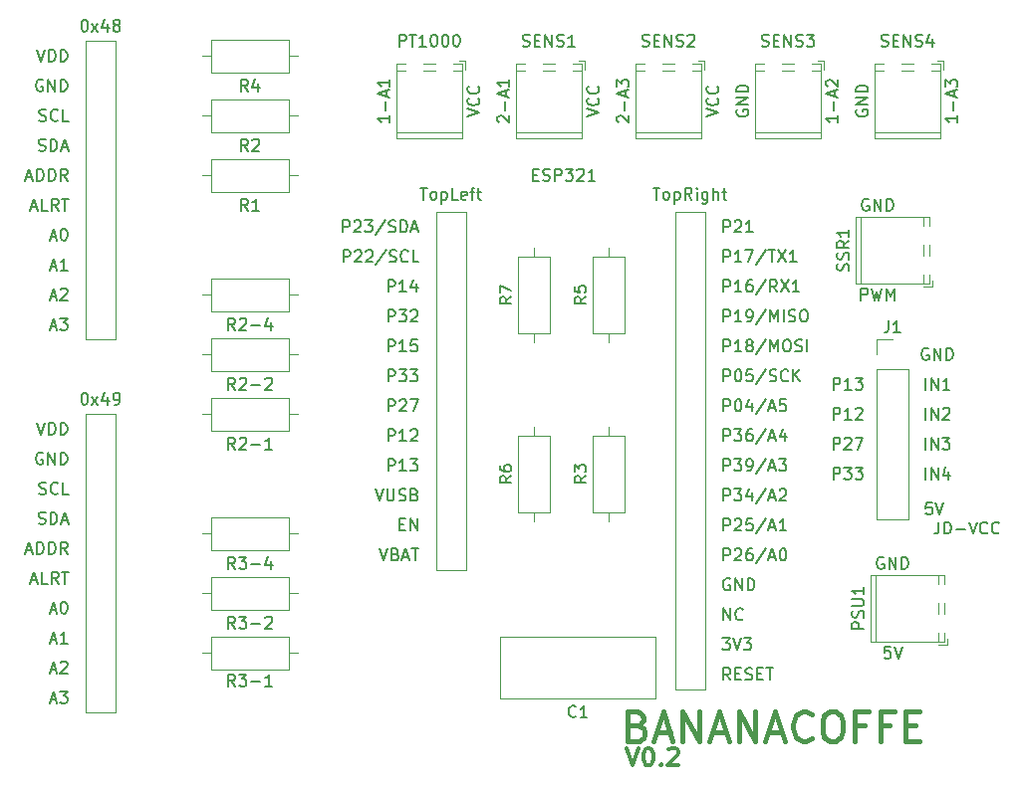
<source format=gto>
G04 #@! TF.GenerationSoftware,KiCad,Pcbnew,(5.1.10)-1*
G04 #@! TF.CreationDate,2021-06-12T21:42:46+02:00*
G04 #@! TF.ProjectId,EspressoV1,45737072-6573-4736-9f56-312e6b696361,rev?*
G04 #@! TF.SameCoordinates,Original*
G04 #@! TF.FileFunction,Legend,Top*
G04 #@! TF.FilePolarity,Positive*
%FSLAX46Y46*%
G04 Gerber Fmt 4.6, Leading zero omitted, Abs format (unit mm)*
G04 Created by KiCad (PCBNEW (5.1.10)-1) date 2021-06-12 21:42:46*
%MOMM*%
%LPD*%
G01*
G04 APERTURE LIST*
%ADD10C,0.150000*%
%ADD11C,0.300000*%
%ADD12C,0.400000*%
%ADD13C,0.120000*%
%ADD14C,3.200000*%
%ADD15C,1.100000*%
%ADD16R,2.200000X2.200000*%
%ADD17C,2.200000*%
%ADD18O,1.600000X1.600000*%
%ADD19C,1.600000*%
%ADD20O,1.700000X1.700000*%
%ADD21R,1.700000X1.700000*%
%ADD22C,1.700000*%
%ADD23C,2.000000*%
G04 APERTURE END LIST*
D10*
X177038095Y-84590000D02*
X176942857Y-84542380D01*
X176800000Y-84542380D01*
X176657142Y-84590000D01*
X176561904Y-84685238D01*
X176514285Y-84780476D01*
X176466666Y-84970952D01*
X176466666Y-85113809D01*
X176514285Y-85304285D01*
X176561904Y-85399523D01*
X176657142Y-85494761D01*
X176800000Y-85542380D01*
X176895238Y-85542380D01*
X177038095Y-85494761D01*
X177085714Y-85447142D01*
X177085714Y-85113809D01*
X176895238Y-85113809D01*
X177514285Y-85542380D02*
X177514285Y-84542380D01*
X178085714Y-85542380D01*
X178085714Y-84542380D01*
X178561904Y-85542380D02*
X178561904Y-84542380D01*
X178800000Y-84542380D01*
X178942857Y-84590000D01*
X179038095Y-84685238D01*
X179085714Y-84780476D01*
X179133333Y-84970952D01*
X179133333Y-85113809D01*
X179085714Y-85304285D01*
X179038095Y-85399523D01*
X178942857Y-85494761D01*
X178800000Y-85542380D01*
X178561904Y-85542380D01*
X158202380Y-64833333D02*
X159202380Y-64500000D01*
X158202380Y-64166666D01*
X159107142Y-63261904D02*
X159154761Y-63309523D01*
X159202380Y-63452380D01*
X159202380Y-63547619D01*
X159154761Y-63690476D01*
X159059523Y-63785714D01*
X158964285Y-63833333D01*
X158773809Y-63880952D01*
X158630952Y-63880952D01*
X158440476Y-63833333D01*
X158345238Y-63785714D01*
X158250000Y-63690476D01*
X158202380Y-63547619D01*
X158202380Y-63452380D01*
X158250000Y-63309523D01*
X158297619Y-63261904D01*
X159107142Y-62261904D02*
X159154761Y-62309523D01*
X159202380Y-62452380D01*
X159202380Y-62547619D01*
X159154761Y-62690476D01*
X159059523Y-62785714D01*
X158964285Y-62833333D01*
X158773809Y-62880952D01*
X158630952Y-62880952D01*
X158440476Y-62833333D01*
X158345238Y-62785714D01*
X158250000Y-62690476D01*
X158202380Y-62547619D01*
X158202380Y-62452380D01*
X158250000Y-62309523D01*
X158297619Y-62261904D01*
X148042380Y-64833333D02*
X149042380Y-64500000D01*
X148042380Y-64166666D01*
X148947142Y-63261904D02*
X148994761Y-63309523D01*
X149042380Y-63452380D01*
X149042380Y-63547619D01*
X148994761Y-63690476D01*
X148899523Y-63785714D01*
X148804285Y-63833333D01*
X148613809Y-63880952D01*
X148470952Y-63880952D01*
X148280476Y-63833333D01*
X148185238Y-63785714D01*
X148090000Y-63690476D01*
X148042380Y-63547619D01*
X148042380Y-63452380D01*
X148090000Y-63309523D01*
X148137619Y-63261904D01*
X148947142Y-62261904D02*
X148994761Y-62309523D01*
X149042380Y-62452380D01*
X149042380Y-62547619D01*
X148994761Y-62690476D01*
X148899523Y-62785714D01*
X148804285Y-62833333D01*
X148613809Y-62880952D01*
X148470952Y-62880952D01*
X148280476Y-62833333D01*
X148185238Y-62785714D01*
X148090000Y-62690476D01*
X148042380Y-62547619D01*
X148042380Y-62452380D01*
X148090000Y-62309523D01*
X148137619Y-62261904D01*
X137882380Y-64833333D02*
X138882380Y-64500000D01*
X137882380Y-64166666D01*
X138787142Y-63261904D02*
X138834761Y-63309523D01*
X138882380Y-63452380D01*
X138882380Y-63547619D01*
X138834761Y-63690476D01*
X138739523Y-63785714D01*
X138644285Y-63833333D01*
X138453809Y-63880952D01*
X138310952Y-63880952D01*
X138120476Y-63833333D01*
X138025238Y-63785714D01*
X137930000Y-63690476D01*
X137882380Y-63547619D01*
X137882380Y-63452380D01*
X137930000Y-63309523D01*
X137977619Y-63261904D01*
X138787142Y-62261904D02*
X138834761Y-62309523D01*
X138882380Y-62452380D01*
X138882380Y-62547619D01*
X138834761Y-62690476D01*
X138739523Y-62785714D01*
X138644285Y-62833333D01*
X138453809Y-62880952D01*
X138310952Y-62880952D01*
X138120476Y-62833333D01*
X138025238Y-62785714D01*
X137930000Y-62690476D01*
X137882380Y-62547619D01*
X137882380Y-62452380D01*
X137930000Y-62309523D01*
X137977619Y-62261904D01*
X168965714Y-88082380D02*
X168965714Y-87082380D01*
X169346666Y-87082380D01*
X169441904Y-87130000D01*
X169489523Y-87177619D01*
X169537142Y-87272857D01*
X169537142Y-87415714D01*
X169489523Y-87510952D01*
X169441904Y-87558571D01*
X169346666Y-87606190D01*
X168965714Y-87606190D01*
X170489523Y-88082380D02*
X169918095Y-88082380D01*
X170203809Y-88082380D02*
X170203809Y-87082380D01*
X170108571Y-87225238D01*
X170013333Y-87320476D01*
X169918095Y-87368095D01*
X170822857Y-87082380D02*
X171441904Y-87082380D01*
X171108571Y-87463333D01*
X171251428Y-87463333D01*
X171346666Y-87510952D01*
X171394285Y-87558571D01*
X171441904Y-87653809D01*
X171441904Y-87891904D01*
X171394285Y-87987142D01*
X171346666Y-88034761D01*
X171251428Y-88082380D01*
X170965714Y-88082380D01*
X170870476Y-88034761D01*
X170822857Y-87987142D01*
X168965714Y-90622380D02*
X168965714Y-89622380D01*
X169346666Y-89622380D01*
X169441904Y-89670000D01*
X169489523Y-89717619D01*
X169537142Y-89812857D01*
X169537142Y-89955714D01*
X169489523Y-90050952D01*
X169441904Y-90098571D01*
X169346666Y-90146190D01*
X168965714Y-90146190D01*
X170489523Y-90622380D02*
X169918095Y-90622380D01*
X170203809Y-90622380D02*
X170203809Y-89622380D01*
X170108571Y-89765238D01*
X170013333Y-89860476D01*
X169918095Y-89908095D01*
X170870476Y-89717619D02*
X170918095Y-89670000D01*
X171013333Y-89622380D01*
X171251428Y-89622380D01*
X171346666Y-89670000D01*
X171394285Y-89717619D01*
X171441904Y-89812857D01*
X171441904Y-89908095D01*
X171394285Y-90050952D01*
X170822857Y-90622380D01*
X171441904Y-90622380D01*
X168965714Y-93162380D02*
X168965714Y-92162380D01*
X169346666Y-92162380D01*
X169441904Y-92210000D01*
X169489523Y-92257619D01*
X169537142Y-92352857D01*
X169537142Y-92495714D01*
X169489523Y-92590952D01*
X169441904Y-92638571D01*
X169346666Y-92686190D01*
X168965714Y-92686190D01*
X169918095Y-92257619D02*
X169965714Y-92210000D01*
X170060952Y-92162380D01*
X170299047Y-92162380D01*
X170394285Y-92210000D01*
X170441904Y-92257619D01*
X170489523Y-92352857D01*
X170489523Y-92448095D01*
X170441904Y-92590952D01*
X169870476Y-93162380D01*
X170489523Y-93162380D01*
X170822857Y-92162380D02*
X171489523Y-92162380D01*
X171060952Y-93162380D01*
X168965714Y-95702380D02*
X168965714Y-94702380D01*
X169346666Y-94702380D01*
X169441904Y-94750000D01*
X169489523Y-94797619D01*
X169537142Y-94892857D01*
X169537142Y-95035714D01*
X169489523Y-95130952D01*
X169441904Y-95178571D01*
X169346666Y-95226190D01*
X168965714Y-95226190D01*
X169870476Y-94702380D02*
X170489523Y-94702380D01*
X170156190Y-95083333D01*
X170299047Y-95083333D01*
X170394285Y-95130952D01*
X170441904Y-95178571D01*
X170489523Y-95273809D01*
X170489523Y-95511904D01*
X170441904Y-95607142D01*
X170394285Y-95654761D01*
X170299047Y-95702380D01*
X170013333Y-95702380D01*
X169918095Y-95654761D01*
X169870476Y-95607142D01*
X170822857Y-94702380D02*
X171441904Y-94702380D01*
X171108571Y-95083333D01*
X171251428Y-95083333D01*
X171346666Y-95130952D01*
X171394285Y-95178571D01*
X171441904Y-95273809D01*
X171441904Y-95511904D01*
X171394285Y-95607142D01*
X171346666Y-95654761D01*
X171251428Y-95702380D01*
X170965714Y-95702380D01*
X170870476Y-95654761D01*
X170822857Y-95607142D01*
X176800000Y-88082380D02*
X176800000Y-87082380D01*
X177276190Y-88082380D02*
X177276190Y-87082380D01*
X177847619Y-88082380D01*
X177847619Y-87082380D01*
X178847619Y-88082380D02*
X178276190Y-88082380D01*
X178561904Y-88082380D02*
X178561904Y-87082380D01*
X178466666Y-87225238D01*
X178371428Y-87320476D01*
X178276190Y-87368095D01*
X176800000Y-90622380D02*
X176800000Y-89622380D01*
X177276190Y-90622380D02*
X177276190Y-89622380D01*
X177847619Y-90622380D01*
X177847619Y-89622380D01*
X178276190Y-89717619D02*
X178323809Y-89670000D01*
X178419047Y-89622380D01*
X178657142Y-89622380D01*
X178752380Y-89670000D01*
X178800000Y-89717619D01*
X178847619Y-89812857D01*
X178847619Y-89908095D01*
X178800000Y-90050952D01*
X178228571Y-90622380D01*
X178847619Y-90622380D01*
X176800000Y-93162380D02*
X176800000Y-92162380D01*
X177276190Y-93162380D02*
X177276190Y-92162380D01*
X177847619Y-93162380D01*
X177847619Y-92162380D01*
X178228571Y-92162380D02*
X178847619Y-92162380D01*
X178514285Y-92543333D01*
X178657142Y-92543333D01*
X178752380Y-92590952D01*
X178800000Y-92638571D01*
X178847619Y-92733809D01*
X178847619Y-92971904D01*
X178800000Y-93067142D01*
X178752380Y-93114761D01*
X178657142Y-93162380D01*
X178371428Y-93162380D01*
X178276190Y-93114761D01*
X178228571Y-93067142D01*
X176800000Y-95702380D02*
X176800000Y-94702380D01*
X177276190Y-95702380D02*
X177276190Y-94702380D01*
X177847619Y-95702380D01*
X177847619Y-94702380D01*
X178752380Y-95035714D02*
X178752380Y-95702380D01*
X178514285Y-94654761D02*
X178276190Y-95369047D01*
X178895238Y-95369047D01*
X177341785Y-97687380D02*
X176865595Y-97687380D01*
X176817976Y-98163571D01*
X176865595Y-98115952D01*
X176960833Y-98068333D01*
X177198928Y-98068333D01*
X177294166Y-98115952D01*
X177341785Y-98163571D01*
X177389404Y-98258809D01*
X177389404Y-98496904D01*
X177341785Y-98592142D01*
X177294166Y-98639761D01*
X177198928Y-98687380D01*
X176960833Y-98687380D01*
X176865595Y-98639761D01*
X176817976Y-98592142D01*
X177675119Y-97687380D02*
X178008452Y-98687380D01*
X178341785Y-97687380D01*
X177913214Y-99337380D02*
X177913214Y-100051666D01*
X177865595Y-100194523D01*
X177770357Y-100289761D01*
X177627500Y-100337380D01*
X177532261Y-100337380D01*
X178389404Y-100337380D02*
X178389404Y-99337380D01*
X178627500Y-99337380D01*
X178770357Y-99385000D01*
X178865595Y-99480238D01*
X178913214Y-99575476D01*
X178960833Y-99765952D01*
X178960833Y-99908809D01*
X178913214Y-100099285D01*
X178865595Y-100194523D01*
X178770357Y-100289761D01*
X178627500Y-100337380D01*
X178389404Y-100337380D01*
X179389404Y-99956428D02*
X180151309Y-99956428D01*
X180484642Y-99337380D02*
X180817976Y-100337380D01*
X181151309Y-99337380D01*
X182056071Y-100242142D02*
X182008452Y-100289761D01*
X181865595Y-100337380D01*
X181770357Y-100337380D01*
X181627500Y-100289761D01*
X181532261Y-100194523D01*
X181484642Y-100099285D01*
X181437023Y-99908809D01*
X181437023Y-99765952D01*
X181484642Y-99575476D01*
X181532261Y-99480238D01*
X181627500Y-99385000D01*
X181770357Y-99337380D01*
X181865595Y-99337380D01*
X182008452Y-99385000D01*
X182056071Y-99432619D01*
X183056071Y-100242142D02*
X183008452Y-100289761D01*
X182865595Y-100337380D01*
X182770357Y-100337380D01*
X182627500Y-100289761D01*
X182532261Y-100194523D01*
X182484642Y-100099285D01*
X182437023Y-99908809D01*
X182437023Y-99765952D01*
X182484642Y-99575476D01*
X182532261Y-99480238D01*
X182627500Y-99385000D01*
X182770357Y-99337380D01*
X182865595Y-99337380D01*
X183008452Y-99385000D01*
X183056071Y-99432619D01*
X179522380Y-64738095D02*
X179522380Y-65309523D01*
X179522380Y-65023809D02*
X178522380Y-65023809D01*
X178665238Y-65119047D01*
X178760476Y-65214285D01*
X178808095Y-65309523D01*
X179141428Y-64309523D02*
X179141428Y-63547619D01*
X179236666Y-63119047D02*
X179236666Y-62642857D01*
X179522380Y-63214285D02*
X178522380Y-62880952D01*
X179522380Y-62547619D01*
X178522380Y-62309523D02*
X178522380Y-61690476D01*
X178903333Y-62023809D01*
X178903333Y-61880952D01*
X178950952Y-61785714D01*
X178998571Y-61738095D01*
X179093809Y-61690476D01*
X179331904Y-61690476D01*
X179427142Y-61738095D01*
X179474761Y-61785714D01*
X179522380Y-61880952D01*
X179522380Y-62166666D01*
X179474761Y-62261904D01*
X179427142Y-62309523D01*
X169362380Y-64738095D02*
X169362380Y-65309523D01*
X169362380Y-65023809D02*
X168362380Y-65023809D01*
X168505238Y-65119047D01*
X168600476Y-65214285D01*
X168648095Y-65309523D01*
X168981428Y-64309523D02*
X168981428Y-63547619D01*
X169076666Y-63119047D02*
X169076666Y-62642857D01*
X169362380Y-63214285D02*
X168362380Y-62880952D01*
X169362380Y-62547619D01*
X168457619Y-62261904D02*
X168410000Y-62214285D01*
X168362380Y-62119047D01*
X168362380Y-61880952D01*
X168410000Y-61785714D01*
X168457619Y-61738095D01*
X168552857Y-61690476D01*
X168648095Y-61690476D01*
X168790952Y-61738095D01*
X169362380Y-62309523D01*
X169362380Y-61690476D01*
X170950000Y-64261904D02*
X170902380Y-64357142D01*
X170902380Y-64500000D01*
X170950000Y-64642857D01*
X171045238Y-64738095D01*
X171140476Y-64785714D01*
X171330952Y-64833333D01*
X171473809Y-64833333D01*
X171664285Y-64785714D01*
X171759523Y-64738095D01*
X171854761Y-64642857D01*
X171902380Y-64500000D01*
X171902380Y-64404761D01*
X171854761Y-64261904D01*
X171807142Y-64214285D01*
X171473809Y-64214285D01*
X171473809Y-64404761D01*
X171902380Y-63785714D02*
X170902380Y-63785714D01*
X171902380Y-63214285D01*
X170902380Y-63214285D01*
X171902380Y-62738095D02*
X170902380Y-62738095D01*
X170902380Y-62500000D01*
X170950000Y-62357142D01*
X171045238Y-62261904D01*
X171140476Y-62214285D01*
X171330952Y-62166666D01*
X171473809Y-62166666D01*
X171664285Y-62214285D01*
X171759523Y-62261904D01*
X171854761Y-62357142D01*
X171902380Y-62500000D01*
X171902380Y-62738095D01*
X160790000Y-64261904D02*
X160742380Y-64357142D01*
X160742380Y-64500000D01*
X160790000Y-64642857D01*
X160885238Y-64738095D01*
X160980476Y-64785714D01*
X161170952Y-64833333D01*
X161313809Y-64833333D01*
X161504285Y-64785714D01*
X161599523Y-64738095D01*
X161694761Y-64642857D01*
X161742380Y-64500000D01*
X161742380Y-64404761D01*
X161694761Y-64261904D01*
X161647142Y-64214285D01*
X161313809Y-64214285D01*
X161313809Y-64404761D01*
X161742380Y-63785714D02*
X160742380Y-63785714D01*
X161742380Y-63214285D01*
X160742380Y-63214285D01*
X161742380Y-62738095D02*
X160742380Y-62738095D01*
X160742380Y-62500000D01*
X160790000Y-62357142D01*
X160885238Y-62261904D01*
X160980476Y-62214285D01*
X161170952Y-62166666D01*
X161313809Y-62166666D01*
X161504285Y-62214285D01*
X161599523Y-62261904D01*
X161694761Y-62357142D01*
X161742380Y-62500000D01*
X161742380Y-62738095D01*
X150677619Y-65309523D02*
X150630000Y-65261904D01*
X150582380Y-65166666D01*
X150582380Y-64928571D01*
X150630000Y-64833333D01*
X150677619Y-64785714D01*
X150772857Y-64738095D01*
X150868095Y-64738095D01*
X151010952Y-64785714D01*
X151582380Y-65357142D01*
X151582380Y-64738095D01*
X151201428Y-64309523D02*
X151201428Y-63547619D01*
X151296666Y-63119047D02*
X151296666Y-62642857D01*
X151582380Y-63214285D02*
X150582380Y-62880952D01*
X151582380Y-62547619D01*
X150582380Y-62309523D02*
X150582380Y-61690476D01*
X150963333Y-62023809D01*
X150963333Y-61880952D01*
X151010952Y-61785714D01*
X151058571Y-61738095D01*
X151153809Y-61690476D01*
X151391904Y-61690476D01*
X151487142Y-61738095D01*
X151534761Y-61785714D01*
X151582380Y-61880952D01*
X151582380Y-62166666D01*
X151534761Y-62261904D01*
X151487142Y-62309523D01*
X140517619Y-65309523D02*
X140470000Y-65261904D01*
X140422380Y-65166666D01*
X140422380Y-64928571D01*
X140470000Y-64833333D01*
X140517619Y-64785714D01*
X140612857Y-64738095D01*
X140708095Y-64738095D01*
X140850952Y-64785714D01*
X141422380Y-65357142D01*
X141422380Y-64738095D01*
X141041428Y-64309523D02*
X141041428Y-63547619D01*
X141136666Y-63119047D02*
X141136666Y-62642857D01*
X141422380Y-63214285D02*
X140422380Y-62880952D01*
X141422380Y-62547619D01*
X141422380Y-61690476D02*
X141422380Y-62261904D01*
X141422380Y-61976190D02*
X140422380Y-61976190D01*
X140565238Y-62071428D01*
X140660476Y-62166666D01*
X140708095Y-62261904D01*
X131262380Y-64738095D02*
X131262380Y-65309523D01*
X131262380Y-65023809D02*
X130262380Y-65023809D01*
X130405238Y-65119047D01*
X130500476Y-65214285D01*
X130548095Y-65309523D01*
X130881428Y-64309523D02*
X130881428Y-63547619D01*
X130976666Y-63119047D02*
X130976666Y-62642857D01*
X131262380Y-63214285D02*
X130262380Y-62880952D01*
X131262380Y-62547619D01*
X131262380Y-61690476D02*
X131262380Y-62261904D01*
X131262380Y-61976190D02*
X130262380Y-61976190D01*
X130405238Y-62071428D01*
X130500476Y-62166666D01*
X130548095Y-62261904D01*
X171958095Y-71890000D02*
X171862857Y-71842380D01*
X171720000Y-71842380D01*
X171577142Y-71890000D01*
X171481904Y-71985238D01*
X171434285Y-72080476D01*
X171386666Y-72270952D01*
X171386666Y-72413809D01*
X171434285Y-72604285D01*
X171481904Y-72699523D01*
X171577142Y-72794761D01*
X171720000Y-72842380D01*
X171815238Y-72842380D01*
X171958095Y-72794761D01*
X172005714Y-72747142D01*
X172005714Y-72413809D01*
X171815238Y-72413809D01*
X172434285Y-72842380D02*
X172434285Y-71842380D01*
X173005714Y-72842380D01*
X173005714Y-71842380D01*
X173481904Y-72842380D02*
X173481904Y-71842380D01*
X173720000Y-71842380D01*
X173862857Y-71890000D01*
X173958095Y-71985238D01*
X174005714Y-72080476D01*
X174053333Y-72270952D01*
X174053333Y-72413809D01*
X174005714Y-72604285D01*
X173958095Y-72699523D01*
X173862857Y-72794761D01*
X173720000Y-72842380D01*
X173481904Y-72842380D01*
X171315238Y-80462380D02*
X171315238Y-79462380D01*
X171696190Y-79462380D01*
X171791428Y-79510000D01*
X171839047Y-79557619D01*
X171886666Y-79652857D01*
X171886666Y-79795714D01*
X171839047Y-79890952D01*
X171791428Y-79938571D01*
X171696190Y-79986190D01*
X171315238Y-79986190D01*
X172220000Y-79462380D02*
X172458095Y-80462380D01*
X172648571Y-79748095D01*
X172839047Y-80462380D01*
X173077142Y-79462380D01*
X173458095Y-80462380D02*
X173458095Y-79462380D01*
X173791428Y-80176666D01*
X174124761Y-79462380D01*
X174124761Y-80462380D01*
X173799523Y-109942380D02*
X173323333Y-109942380D01*
X173275714Y-110418571D01*
X173323333Y-110370952D01*
X173418571Y-110323333D01*
X173656666Y-110323333D01*
X173751904Y-110370952D01*
X173799523Y-110418571D01*
X173847142Y-110513809D01*
X173847142Y-110751904D01*
X173799523Y-110847142D01*
X173751904Y-110894761D01*
X173656666Y-110942380D01*
X173418571Y-110942380D01*
X173323333Y-110894761D01*
X173275714Y-110847142D01*
X174132857Y-109942380D02*
X174466190Y-110942380D01*
X174799523Y-109942380D01*
X173228095Y-102370000D02*
X173132857Y-102322380D01*
X172990000Y-102322380D01*
X172847142Y-102370000D01*
X172751904Y-102465238D01*
X172704285Y-102560476D01*
X172656666Y-102750952D01*
X172656666Y-102893809D01*
X172704285Y-103084285D01*
X172751904Y-103179523D01*
X172847142Y-103274761D01*
X172990000Y-103322380D01*
X173085238Y-103322380D01*
X173228095Y-103274761D01*
X173275714Y-103227142D01*
X173275714Y-102893809D01*
X173085238Y-102893809D01*
X173704285Y-103322380D02*
X173704285Y-102322380D01*
X174275714Y-103322380D01*
X174275714Y-102322380D01*
X174751904Y-103322380D02*
X174751904Y-102322380D01*
X174990000Y-102322380D01*
X175132857Y-102370000D01*
X175228095Y-102465238D01*
X175275714Y-102560476D01*
X175323333Y-102750952D01*
X175323333Y-102893809D01*
X175275714Y-103084285D01*
X175228095Y-103179523D01*
X175132857Y-103274761D01*
X174990000Y-103322380D01*
X174751904Y-103322380D01*
D11*
X151384285Y-118558571D02*
X151884285Y-120058571D01*
X152384285Y-118558571D01*
X153170000Y-118558571D02*
X153312857Y-118558571D01*
X153455714Y-118630000D01*
X153527142Y-118701428D01*
X153598571Y-118844285D01*
X153670000Y-119130000D01*
X153670000Y-119487142D01*
X153598571Y-119772857D01*
X153527142Y-119915714D01*
X153455714Y-119987142D01*
X153312857Y-120058571D01*
X153170000Y-120058571D01*
X153027142Y-119987142D01*
X152955714Y-119915714D01*
X152884285Y-119772857D01*
X152812857Y-119487142D01*
X152812857Y-119130000D01*
X152884285Y-118844285D01*
X152955714Y-118701428D01*
X153027142Y-118630000D01*
X153170000Y-118558571D01*
X154312857Y-119915714D02*
X154384285Y-119987142D01*
X154312857Y-120058571D01*
X154241428Y-119987142D01*
X154312857Y-119915714D01*
X154312857Y-120058571D01*
X154955714Y-118701428D02*
X155027142Y-118630000D01*
X155170000Y-118558571D01*
X155527142Y-118558571D01*
X155670000Y-118630000D01*
X155741428Y-118701428D01*
X155812857Y-118844285D01*
X155812857Y-118987142D01*
X155741428Y-119201428D01*
X154884285Y-120058571D01*
X155812857Y-120058571D01*
D12*
X152341904Y-116661428D02*
X152699047Y-116780476D01*
X152818095Y-116899523D01*
X152937142Y-117137619D01*
X152937142Y-117494761D01*
X152818095Y-117732857D01*
X152699047Y-117851904D01*
X152460952Y-117970952D01*
X151508571Y-117970952D01*
X151508571Y-115470952D01*
X152341904Y-115470952D01*
X152580000Y-115590000D01*
X152699047Y-115709047D01*
X152818095Y-115947142D01*
X152818095Y-116185238D01*
X152699047Y-116423333D01*
X152580000Y-116542380D01*
X152341904Y-116661428D01*
X151508571Y-116661428D01*
X153889523Y-117256666D02*
X155080000Y-117256666D01*
X153651428Y-117970952D02*
X154484761Y-115470952D01*
X155318095Y-117970952D01*
X156151428Y-117970952D02*
X156151428Y-115470952D01*
X157580000Y-117970952D01*
X157580000Y-115470952D01*
X158651428Y-117256666D02*
X159841904Y-117256666D01*
X158413333Y-117970952D02*
X159246666Y-115470952D01*
X160080000Y-117970952D01*
X160913333Y-117970952D02*
X160913333Y-115470952D01*
X162341904Y-117970952D01*
X162341904Y-115470952D01*
X163413333Y-117256666D02*
X164603809Y-117256666D01*
X163175238Y-117970952D02*
X164008571Y-115470952D01*
X164841904Y-117970952D01*
X167103809Y-117732857D02*
X166984761Y-117851904D01*
X166627619Y-117970952D01*
X166389523Y-117970952D01*
X166032380Y-117851904D01*
X165794285Y-117613809D01*
X165675238Y-117375714D01*
X165556190Y-116899523D01*
X165556190Y-116542380D01*
X165675238Y-116066190D01*
X165794285Y-115828095D01*
X166032380Y-115590000D01*
X166389523Y-115470952D01*
X166627619Y-115470952D01*
X166984761Y-115590000D01*
X167103809Y-115709047D01*
X168651428Y-115470952D02*
X169127619Y-115470952D01*
X169365714Y-115590000D01*
X169603809Y-115828095D01*
X169722857Y-116304285D01*
X169722857Y-117137619D01*
X169603809Y-117613809D01*
X169365714Y-117851904D01*
X169127619Y-117970952D01*
X168651428Y-117970952D01*
X168413333Y-117851904D01*
X168175238Y-117613809D01*
X168056190Y-117137619D01*
X168056190Y-116304285D01*
X168175238Y-115828095D01*
X168413333Y-115590000D01*
X168651428Y-115470952D01*
X171627619Y-116661428D02*
X170794285Y-116661428D01*
X170794285Y-117970952D02*
X170794285Y-115470952D01*
X171984761Y-115470952D01*
X173770476Y-116661428D02*
X172937142Y-116661428D01*
X172937142Y-117970952D02*
X172937142Y-115470952D01*
X174127619Y-115470952D01*
X175080000Y-116661428D02*
X175913333Y-116661428D01*
X176270476Y-117970952D02*
X175080000Y-117970952D01*
X175080000Y-115470952D01*
X176270476Y-115470952D01*
D13*
G04 #@! TO.C,SSR1*
X177390000Y-79270000D02*
X177390000Y-78770000D01*
X176650000Y-79270000D02*
X177390000Y-79270000D01*
X170830000Y-73370000D02*
X177150000Y-73370000D01*
X170830000Y-79030000D02*
X177150000Y-79030000D01*
X177150000Y-74140000D02*
X177150000Y-73370000D01*
X177150000Y-76680000D02*
X177150000Y-75720000D01*
X177150000Y-79030000D02*
X177150000Y-78260000D01*
X170830000Y-79030000D02*
X170830000Y-73370000D01*
X171290000Y-79030000D02*
X171290000Y-73370000D01*
X176590000Y-74140000D02*
X176590000Y-73370000D01*
X176590000Y-76680000D02*
X176590000Y-75720000D01*
X176590000Y-79030000D02*
X176590000Y-78260000D01*
G04 #@! TO.C,SENS4*
X178330000Y-60100000D02*
X177830000Y-60100000D01*
X178330000Y-60840000D02*
X178330000Y-60100000D01*
X172430000Y-66660000D02*
X172430000Y-60340000D01*
X178090000Y-66660000D02*
X178090000Y-60340000D01*
X173200000Y-60340000D02*
X172430000Y-60340000D01*
X175740000Y-60340000D02*
X174780000Y-60340000D01*
X178090000Y-60340000D02*
X177320000Y-60340000D01*
X178090000Y-66660000D02*
X172430000Y-66660000D01*
X178090000Y-66200000D02*
X172430000Y-66200000D01*
X173200000Y-60900000D02*
X172430000Y-60900000D01*
X175740000Y-60900000D02*
X174780000Y-60900000D01*
X178090000Y-60900000D02*
X177320000Y-60900000D01*
G04 #@! TO.C,SENS3*
X168170000Y-60100000D02*
X167670000Y-60100000D01*
X168170000Y-60840000D02*
X168170000Y-60100000D01*
X162270000Y-66660000D02*
X162270000Y-60340000D01*
X167930000Y-66660000D02*
X167930000Y-60340000D01*
X163040000Y-60340000D02*
X162270000Y-60340000D01*
X165580000Y-60340000D02*
X164620000Y-60340000D01*
X167930000Y-60340000D02*
X167160000Y-60340000D01*
X167930000Y-66660000D02*
X162270000Y-66660000D01*
X167930000Y-66200000D02*
X162270000Y-66200000D01*
X163040000Y-60900000D02*
X162270000Y-60900000D01*
X165580000Y-60900000D02*
X164620000Y-60900000D01*
X167930000Y-60900000D02*
X167160000Y-60900000D01*
G04 #@! TO.C,SENS2*
X158010000Y-60100000D02*
X157510000Y-60100000D01*
X158010000Y-60840000D02*
X158010000Y-60100000D01*
X152110000Y-66660000D02*
X152110000Y-60340000D01*
X157770000Y-66660000D02*
X157770000Y-60340000D01*
X152880000Y-60340000D02*
X152110000Y-60340000D01*
X155420000Y-60340000D02*
X154460000Y-60340000D01*
X157770000Y-60340000D02*
X157000000Y-60340000D01*
X157770000Y-66660000D02*
X152110000Y-66660000D01*
X157770000Y-66200000D02*
X152110000Y-66200000D01*
X152880000Y-60900000D02*
X152110000Y-60900000D01*
X155420000Y-60900000D02*
X154460000Y-60900000D01*
X157770000Y-60900000D02*
X157000000Y-60900000D01*
G04 #@! TO.C,SENS1*
X147850000Y-60100000D02*
X147350000Y-60100000D01*
X147850000Y-60840000D02*
X147850000Y-60100000D01*
X141950000Y-66660000D02*
X141950000Y-60340000D01*
X147610000Y-66660000D02*
X147610000Y-60340000D01*
X142720000Y-60340000D02*
X141950000Y-60340000D01*
X145260000Y-60340000D02*
X144300000Y-60340000D01*
X147610000Y-60340000D02*
X146840000Y-60340000D01*
X147610000Y-66660000D02*
X141950000Y-66660000D01*
X147610000Y-66200000D02*
X141950000Y-66200000D01*
X142720000Y-60900000D02*
X141950000Y-60900000D01*
X145260000Y-60900000D02*
X144300000Y-60900000D01*
X147610000Y-60900000D02*
X146840000Y-60900000D01*
G04 #@! TO.C,R3-4*
X123420000Y-100330000D02*
X122650000Y-100330000D01*
X115340000Y-100330000D02*
X116110000Y-100330000D01*
X122650000Y-98960000D02*
X116110000Y-98960000D01*
X122650000Y-101700000D02*
X122650000Y-98960000D01*
X116110000Y-101700000D02*
X122650000Y-101700000D01*
X116110000Y-98960000D02*
X116110000Y-101700000D01*
G04 #@! TO.C,R3-2*
X123420000Y-105410000D02*
X122650000Y-105410000D01*
X115340000Y-105410000D02*
X116110000Y-105410000D01*
X122650000Y-104040000D02*
X116110000Y-104040000D01*
X122650000Y-106780000D02*
X122650000Y-104040000D01*
X116110000Y-106780000D02*
X122650000Y-106780000D01*
X116110000Y-104040000D02*
X116110000Y-106780000D01*
G04 #@! TO.C,R3-1*
X115340000Y-110490000D02*
X116110000Y-110490000D01*
X123420000Y-110490000D02*
X122650000Y-110490000D01*
X116110000Y-111860000D02*
X122650000Y-111860000D01*
X116110000Y-109120000D02*
X116110000Y-111860000D01*
X122650000Y-109120000D02*
X116110000Y-109120000D01*
X122650000Y-111860000D02*
X122650000Y-109120000D01*
G04 #@! TO.C,R2-4*
X123420000Y-80010000D02*
X122650000Y-80010000D01*
X115340000Y-80010000D02*
X116110000Y-80010000D01*
X122650000Y-78640000D02*
X116110000Y-78640000D01*
X122650000Y-81380000D02*
X122650000Y-78640000D01*
X116110000Y-81380000D02*
X122650000Y-81380000D01*
X116110000Y-78640000D02*
X116110000Y-81380000D01*
G04 #@! TO.C,R2-2*
X123420000Y-85090000D02*
X122650000Y-85090000D01*
X115340000Y-85090000D02*
X116110000Y-85090000D01*
X122650000Y-83720000D02*
X116110000Y-83720000D01*
X122650000Y-86460000D02*
X122650000Y-83720000D01*
X116110000Y-86460000D02*
X122650000Y-86460000D01*
X116110000Y-83720000D02*
X116110000Y-86460000D01*
G04 #@! TO.C,R2-1*
X115340000Y-90170000D02*
X116110000Y-90170000D01*
X123420000Y-90170000D02*
X122650000Y-90170000D01*
X116110000Y-91540000D02*
X122650000Y-91540000D01*
X116110000Y-88800000D02*
X116110000Y-91540000D01*
X122650000Y-88800000D02*
X116110000Y-88800000D01*
X122650000Y-91540000D02*
X122650000Y-88800000D01*
G04 #@! TO.C,PSU1*
X178660000Y-109750000D02*
X178660000Y-109250000D01*
X177920000Y-109750000D02*
X178660000Y-109750000D01*
X172100000Y-103850000D02*
X178420000Y-103850000D01*
X172100000Y-109510000D02*
X178420000Y-109510000D01*
X178420000Y-104620000D02*
X178420000Y-103850000D01*
X178420000Y-107160000D02*
X178420000Y-106200000D01*
X178420000Y-109510000D02*
X178420000Y-108740000D01*
X172100000Y-109510000D02*
X172100000Y-103850000D01*
X172560000Y-109510000D02*
X172560000Y-103850000D01*
X177860000Y-104620000D02*
X177860000Y-103850000D01*
X177860000Y-107160000D02*
X177860000Y-106200000D01*
X177860000Y-109510000D02*
X177860000Y-108740000D01*
G04 #@! TO.C,J1*
X172660000Y-83760000D02*
X173990000Y-83760000D01*
X172660000Y-85090000D02*
X172660000Y-83760000D01*
X172660000Y-86360000D02*
X175320000Y-86360000D01*
X175320000Y-86360000D02*
X175320000Y-99120000D01*
X172660000Y-86360000D02*
X172660000Y-99120000D01*
X172660000Y-99120000D02*
X175320000Y-99120000D01*
G04 #@! TO.C,ESP321*
X155495000Y-72945000D02*
X155495000Y-113585000D01*
X158035000Y-72945000D02*
X155495000Y-72945000D01*
X158035000Y-113585000D02*
X158035000Y-72945000D01*
X155495000Y-113585000D02*
X158035000Y-113585000D01*
X137715000Y-103425000D02*
X135175000Y-103425000D01*
X137715000Y-72945000D02*
X137715000Y-103425000D01*
X135175000Y-72945000D02*
X137715000Y-72945000D01*
X135175000Y-103425000D02*
X135175000Y-72945000D01*
G04 #@! TO.C,0x48*
X107950000Y-58420000D02*
X107950000Y-83820000D01*
X107950000Y-83820000D02*
X105410000Y-83820000D01*
X105410000Y-83820000D02*
X105410000Y-58420000D01*
X105410000Y-58420000D02*
X107950000Y-58420000D01*
G04 #@! TO.C,0x49*
X107950000Y-90170000D02*
X107950000Y-115570000D01*
X107950000Y-115570000D02*
X105410000Y-115570000D01*
X105410000Y-115570000D02*
X105410000Y-90170000D01*
X105410000Y-90170000D02*
X107950000Y-90170000D01*
G04 #@! TO.C,R3*
X148490000Y-98520000D02*
X151230000Y-98520000D01*
X151230000Y-98520000D02*
X151230000Y-91980000D01*
X151230000Y-91980000D02*
X148490000Y-91980000D01*
X148490000Y-91980000D02*
X148490000Y-98520000D01*
X149860000Y-99290000D02*
X149860000Y-98520000D01*
X149860000Y-91210000D02*
X149860000Y-91980000D01*
G04 #@! TO.C,R7*
X142140000Y-83280000D02*
X144880000Y-83280000D01*
X144880000Y-83280000D02*
X144880000Y-76740000D01*
X144880000Y-76740000D02*
X142140000Y-76740000D01*
X142140000Y-76740000D02*
X142140000Y-83280000D01*
X143510000Y-84050000D02*
X143510000Y-83280000D01*
X143510000Y-75970000D02*
X143510000Y-76740000D01*
G04 #@! TO.C,R5*
X148490000Y-83280000D02*
X151230000Y-83280000D01*
X151230000Y-83280000D02*
X151230000Y-76740000D01*
X151230000Y-76740000D02*
X148490000Y-76740000D01*
X148490000Y-76740000D02*
X148490000Y-83280000D01*
X149860000Y-84050000D02*
X149860000Y-83280000D01*
X149860000Y-75970000D02*
X149860000Y-76740000D01*
G04 #@! TO.C,R6*
X142140000Y-98520000D02*
X144880000Y-98520000D01*
X144880000Y-98520000D02*
X144880000Y-91980000D01*
X144880000Y-91980000D02*
X142140000Y-91980000D01*
X142140000Y-91980000D02*
X142140000Y-98520000D01*
X143510000Y-99290000D02*
X143510000Y-98520000D01*
X143510000Y-91210000D02*
X143510000Y-91980000D01*
G04 #@! TO.C,C1*
X153860000Y-114380000D02*
X140620000Y-114380000D01*
X153860000Y-109140000D02*
X140620000Y-109140000D01*
X153860000Y-114380000D02*
X153860000Y-109140000D01*
X140620000Y-114380000D02*
X140620000Y-109140000D01*
G04 #@! TO.C,R4*
X122650000Y-61060000D02*
X122650000Y-58320000D01*
X122650000Y-58320000D02*
X116110000Y-58320000D01*
X116110000Y-58320000D02*
X116110000Y-61060000D01*
X116110000Y-61060000D02*
X122650000Y-61060000D01*
X123420000Y-59690000D02*
X122650000Y-59690000D01*
X115340000Y-59690000D02*
X116110000Y-59690000D01*
G04 #@! TO.C,R2*
X122650000Y-66140000D02*
X122650000Y-63400000D01*
X122650000Y-63400000D02*
X116110000Y-63400000D01*
X116110000Y-63400000D02*
X116110000Y-66140000D01*
X116110000Y-66140000D02*
X122650000Y-66140000D01*
X123420000Y-64770000D02*
X122650000Y-64770000D01*
X115340000Y-64770000D02*
X116110000Y-64770000D01*
G04 #@! TO.C,R1*
X116110000Y-68480000D02*
X116110000Y-71220000D01*
X116110000Y-71220000D02*
X122650000Y-71220000D01*
X122650000Y-71220000D02*
X122650000Y-68480000D01*
X122650000Y-68480000D02*
X116110000Y-68480000D01*
X115340000Y-69850000D02*
X116110000Y-69850000D01*
X123420000Y-69850000D02*
X122650000Y-69850000D01*
G04 #@! TO.C,PT1000*
X137450000Y-60900000D02*
X136680000Y-60900000D01*
X135100000Y-60900000D02*
X134140000Y-60900000D01*
X132560000Y-60900000D02*
X131790000Y-60900000D01*
X137450000Y-66200000D02*
X131790000Y-66200000D01*
X137450000Y-66660000D02*
X131790000Y-66660000D01*
X137450000Y-60340000D02*
X136680000Y-60340000D01*
X135100000Y-60340000D02*
X134140000Y-60340000D01*
X132560000Y-60340000D02*
X131790000Y-60340000D01*
X137450000Y-66660000D02*
X137450000Y-60340000D01*
X131790000Y-66660000D02*
X131790000Y-60340000D01*
X137690000Y-60840000D02*
X137690000Y-60100000D01*
X137690000Y-60100000D02*
X137190000Y-60100000D01*
G04 #@! TO.C,SSR1*
D10*
X170234761Y-77938095D02*
X170282380Y-77795238D01*
X170282380Y-77557142D01*
X170234761Y-77461904D01*
X170187142Y-77414285D01*
X170091904Y-77366666D01*
X169996666Y-77366666D01*
X169901428Y-77414285D01*
X169853809Y-77461904D01*
X169806190Y-77557142D01*
X169758571Y-77747619D01*
X169710952Y-77842857D01*
X169663333Y-77890476D01*
X169568095Y-77938095D01*
X169472857Y-77938095D01*
X169377619Y-77890476D01*
X169330000Y-77842857D01*
X169282380Y-77747619D01*
X169282380Y-77509523D01*
X169330000Y-77366666D01*
X170234761Y-76985714D02*
X170282380Y-76842857D01*
X170282380Y-76604761D01*
X170234761Y-76509523D01*
X170187142Y-76461904D01*
X170091904Y-76414285D01*
X169996666Y-76414285D01*
X169901428Y-76461904D01*
X169853809Y-76509523D01*
X169806190Y-76604761D01*
X169758571Y-76795238D01*
X169710952Y-76890476D01*
X169663333Y-76938095D01*
X169568095Y-76985714D01*
X169472857Y-76985714D01*
X169377619Y-76938095D01*
X169330000Y-76890476D01*
X169282380Y-76795238D01*
X169282380Y-76557142D01*
X169330000Y-76414285D01*
X170282380Y-75414285D02*
X169806190Y-75747619D01*
X170282380Y-75985714D02*
X169282380Y-75985714D01*
X169282380Y-75604761D01*
X169330000Y-75509523D01*
X169377619Y-75461904D01*
X169472857Y-75414285D01*
X169615714Y-75414285D01*
X169710952Y-75461904D01*
X169758571Y-75509523D01*
X169806190Y-75604761D01*
X169806190Y-75985714D01*
X170282380Y-74461904D02*
X170282380Y-75033333D01*
X170282380Y-74747619D02*
X169282380Y-74747619D01*
X169425238Y-74842857D01*
X169520476Y-74938095D01*
X169568095Y-75033333D01*
G04 #@! TO.C,SENS4*
X173045714Y-58824761D02*
X173188571Y-58872380D01*
X173426666Y-58872380D01*
X173521904Y-58824761D01*
X173569523Y-58777142D01*
X173617142Y-58681904D01*
X173617142Y-58586666D01*
X173569523Y-58491428D01*
X173521904Y-58443809D01*
X173426666Y-58396190D01*
X173236190Y-58348571D01*
X173140952Y-58300952D01*
X173093333Y-58253333D01*
X173045714Y-58158095D01*
X173045714Y-58062857D01*
X173093333Y-57967619D01*
X173140952Y-57920000D01*
X173236190Y-57872380D01*
X173474285Y-57872380D01*
X173617142Y-57920000D01*
X174045714Y-58348571D02*
X174379047Y-58348571D01*
X174521904Y-58872380D02*
X174045714Y-58872380D01*
X174045714Y-57872380D01*
X174521904Y-57872380D01*
X174950476Y-58872380D02*
X174950476Y-57872380D01*
X175521904Y-58872380D01*
X175521904Y-57872380D01*
X175950476Y-58824761D02*
X176093333Y-58872380D01*
X176331428Y-58872380D01*
X176426666Y-58824761D01*
X176474285Y-58777142D01*
X176521904Y-58681904D01*
X176521904Y-58586666D01*
X176474285Y-58491428D01*
X176426666Y-58443809D01*
X176331428Y-58396190D01*
X176140952Y-58348571D01*
X176045714Y-58300952D01*
X175998095Y-58253333D01*
X175950476Y-58158095D01*
X175950476Y-58062857D01*
X175998095Y-57967619D01*
X176045714Y-57920000D01*
X176140952Y-57872380D01*
X176379047Y-57872380D01*
X176521904Y-57920000D01*
X177379047Y-58205714D02*
X177379047Y-58872380D01*
X177140952Y-57824761D02*
X176902857Y-58539047D01*
X177521904Y-58539047D01*
G04 #@! TO.C,SENS3*
X162885714Y-58824761D02*
X163028571Y-58872380D01*
X163266666Y-58872380D01*
X163361904Y-58824761D01*
X163409523Y-58777142D01*
X163457142Y-58681904D01*
X163457142Y-58586666D01*
X163409523Y-58491428D01*
X163361904Y-58443809D01*
X163266666Y-58396190D01*
X163076190Y-58348571D01*
X162980952Y-58300952D01*
X162933333Y-58253333D01*
X162885714Y-58158095D01*
X162885714Y-58062857D01*
X162933333Y-57967619D01*
X162980952Y-57920000D01*
X163076190Y-57872380D01*
X163314285Y-57872380D01*
X163457142Y-57920000D01*
X163885714Y-58348571D02*
X164219047Y-58348571D01*
X164361904Y-58872380D02*
X163885714Y-58872380D01*
X163885714Y-57872380D01*
X164361904Y-57872380D01*
X164790476Y-58872380D02*
X164790476Y-57872380D01*
X165361904Y-58872380D01*
X165361904Y-57872380D01*
X165790476Y-58824761D02*
X165933333Y-58872380D01*
X166171428Y-58872380D01*
X166266666Y-58824761D01*
X166314285Y-58777142D01*
X166361904Y-58681904D01*
X166361904Y-58586666D01*
X166314285Y-58491428D01*
X166266666Y-58443809D01*
X166171428Y-58396190D01*
X165980952Y-58348571D01*
X165885714Y-58300952D01*
X165838095Y-58253333D01*
X165790476Y-58158095D01*
X165790476Y-58062857D01*
X165838095Y-57967619D01*
X165885714Y-57920000D01*
X165980952Y-57872380D01*
X166219047Y-57872380D01*
X166361904Y-57920000D01*
X166695238Y-57872380D02*
X167314285Y-57872380D01*
X166980952Y-58253333D01*
X167123809Y-58253333D01*
X167219047Y-58300952D01*
X167266666Y-58348571D01*
X167314285Y-58443809D01*
X167314285Y-58681904D01*
X167266666Y-58777142D01*
X167219047Y-58824761D01*
X167123809Y-58872380D01*
X166838095Y-58872380D01*
X166742857Y-58824761D01*
X166695238Y-58777142D01*
G04 #@! TO.C,SENS2*
X152725714Y-58824761D02*
X152868571Y-58872380D01*
X153106666Y-58872380D01*
X153201904Y-58824761D01*
X153249523Y-58777142D01*
X153297142Y-58681904D01*
X153297142Y-58586666D01*
X153249523Y-58491428D01*
X153201904Y-58443809D01*
X153106666Y-58396190D01*
X152916190Y-58348571D01*
X152820952Y-58300952D01*
X152773333Y-58253333D01*
X152725714Y-58158095D01*
X152725714Y-58062857D01*
X152773333Y-57967619D01*
X152820952Y-57920000D01*
X152916190Y-57872380D01*
X153154285Y-57872380D01*
X153297142Y-57920000D01*
X153725714Y-58348571D02*
X154059047Y-58348571D01*
X154201904Y-58872380D02*
X153725714Y-58872380D01*
X153725714Y-57872380D01*
X154201904Y-57872380D01*
X154630476Y-58872380D02*
X154630476Y-57872380D01*
X155201904Y-58872380D01*
X155201904Y-57872380D01*
X155630476Y-58824761D02*
X155773333Y-58872380D01*
X156011428Y-58872380D01*
X156106666Y-58824761D01*
X156154285Y-58777142D01*
X156201904Y-58681904D01*
X156201904Y-58586666D01*
X156154285Y-58491428D01*
X156106666Y-58443809D01*
X156011428Y-58396190D01*
X155820952Y-58348571D01*
X155725714Y-58300952D01*
X155678095Y-58253333D01*
X155630476Y-58158095D01*
X155630476Y-58062857D01*
X155678095Y-57967619D01*
X155725714Y-57920000D01*
X155820952Y-57872380D01*
X156059047Y-57872380D01*
X156201904Y-57920000D01*
X156582857Y-57967619D02*
X156630476Y-57920000D01*
X156725714Y-57872380D01*
X156963809Y-57872380D01*
X157059047Y-57920000D01*
X157106666Y-57967619D01*
X157154285Y-58062857D01*
X157154285Y-58158095D01*
X157106666Y-58300952D01*
X156535238Y-58872380D01*
X157154285Y-58872380D01*
G04 #@! TO.C,SENS1*
X142565714Y-58824761D02*
X142708571Y-58872380D01*
X142946666Y-58872380D01*
X143041904Y-58824761D01*
X143089523Y-58777142D01*
X143137142Y-58681904D01*
X143137142Y-58586666D01*
X143089523Y-58491428D01*
X143041904Y-58443809D01*
X142946666Y-58396190D01*
X142756190Y-58348571D01*
X142660952Y-58300952D01*
X142613333Y-58253333D01*
X142565714Y-58158095D01*
X142565714Y-58062857D01*
X142613333Y-57967619D01*
X142660952Y-57920000D01*
X142756190Y-57872380D01*
X142994285Y-57872380D01*
X143137142Y-57920000D01*
X143565714Y-58348571D02*
X143899047Y-58348571D01*
X144041904Y-58872380D02*
X143565714Y-58872380D01*
X143565714Y-57872380D01*
X144041904Y-57872380D01*
X144470476Y-58872380D02*
X144470476Y-57872380D01*
X145041904Y-58872380D01*
X145041904Y-57872380D01*
X145470476Y-58824761D02*
X145613333Y-58872380D01*
X145851428Y-58872380D01*
X145946666Y-58824761D01*
X145994285Y-58777142D01*
X146041904Y-58681904D01*
X146041904Y-58586666D01*
X145994285Y-58491428D01*
X145946666Y-58443809D01*
X145851428Y-58396190D01*
X145660952Y-58348571D01*
X145565714Y-58300952D01*
X145518095Y-58253333D01*
X145470476Y-58158095D01*
X145470476Y-58062857D01*
X145518095Y-57967619D01*
X145565714Y-57920000D01*
X145660952Y-57872380D01*
X145899047Y-57872380D01*
X146041904Y-57920000D01*
X146994285Y-58872380D02*
X146422857Y-58872380D01*
X146708571Y-58872380D02*
X146708571Y-57872380D01*
X146613333Y-58015238D01*
X146518095Y-58110476D01*
X146422857Y-58158095D01*
G04 #@! TO.C,R3-4*
X118118095Y-103322380D02*
X117784761Y-102846190D01*
X117546666Y-103322380D02*
X117546666Y-102322380D01*
X117927619Y-102322380D01*
X118022857Y-102370000D01*
X118070476Y-102417619D01*
X118118095Y-102512857D01*
X118118095Y-102655714D01*
X118070476Y-102750952D01*
X118022857Y-102798571D01*
X117927619Y-102846190D01*
X117546666Y-102846190D01*
X118451428Y-102322380D02*
X119070476Y-102322380D01*
X118737142Y-102703333D01*
X118880000Y-102703333D01*
X118975238Y-102750952D01*
X119022857Y-102798571D01*
X119070476Y-102893809D01*
X119070476Y-103131904D01*
X119022857Y-103227142D01*
X118975238Y-103274761D01*
X118880000Y-103322380D01*
X118594285Y-103322380D01*
X118499047Y-103274761D01*
X118451428Y-103227142D01*
X119499047Y-102941428D02*
X120260952Y-102941428D01*
X121165714Y-102655714D02*
X121165714Y-103322380D01*
X120927619Y-102274761D02*
X120689523Y-102989047D01*
X121308571Y-102989047D01*
G04 #@! TO.C,R3-2*
X118118095Y-108402380D02*
X117784761Y-107926190D01*
X117546666Y-108402380D02*
X117546666Y-107402380D01*
X117927619Y-107402380D01*
X118022857Y-107450000D01*
X118070476Y-107497619D01*
X118118095Y-107592857D01*
X118118095Y-107735714D01*
X118070476Y-107830952D01*
X118022857Y-107878571D01*
X117927619Y-107926190D01*
X117546666Y-107926190D01*
X118451428Y-107402380D02*
X119070476Y-107402380D01*
X118737142Y-107783333D01*
X118880000Y-107783333D01*
X118975238Y-107830952D01*
X119022857Y-107878571D01*
X119070476Y-107973809D01*
X119070476Y-108211904D01*
X119022857Y-108307142D01*
X118975238Y-108354761D01*
X118880000Y-108402380D01*
X118594285Y-108402380D01*
X118499047Y-108354761D01*
X118451428Y-108307142D01*
X119499047Y-108021428D02*
X120260952Y-108021428D01*
X120689523Y-107497619D02*
X120737142Y-107450000D01*
X120832380Y-107402380D01*
X121070476Y-107402380D01*
X121165714Y-107450000D01*
X121213333Y-107497619D01*
X121260952Y-107592857D01*
X121260952Y-107688095D01*
X121213333Y-107830952D01*
X120641904Y-108402380D01*
X121260952Y-108402380D01*
G04 #@! TO.C,R3-1*
X118118095Y-113312380D02*
X117784761Y-112836190D01*
X117546666Y-113312380D02*
X117546666Y-112312380D01*
X117927619Y-112312380D01*
X118022857Y-112360000D01*
X118070476Y-112407619D01*
X118118095Y-112502857D01*
X118118095Y-112645714D01*
X118070476Y-112740952D01*
X118022857Y-112788571D01*
X117927619Y-112836190D01*
X117546666Y-112836190D01*
X118451428Y-112312380D02*
X119070476Y-112312380D01*
X118737142Y-112693333D01*
X118880000Y-112693333D01*
X118975238Y-112740952D01*
X119022857Y-112788571D01*
X119070476Y-112883809D01*
X119070476Y-113121904D01*
X119022857Y-113217142D01*
X118975238Y-113264761D01*
X118880000Y-113312380D01*
X118594285Y-113312380D01*
X118499047Y-113264761D01*
X118451428Y-113217142D01*
X119499047Y-112931428D02*
X120260952Y-112931428D01*
X121260952Y-113312380D02*
X120689523Y-113312380D01*
X120975238Y-113312380D02*
X120975238Y-112312380D01*
X120880000Y-112455238D01*
X120784761Y-112550476D01*
X120689523Y-112598095D01*
G04 #@! TO.C,R2-4*
X118118095Y-83002380D02*
X117784761Y-82526190D01*
X117546666Y-83002380D02*
X117546666Y-82002380D01*
X117927619Y-82002380D01*
X118022857Y-82050000D01*
X118070476Y-82097619D01*
X118118095Y-82192857D01*
X118118095Y-82335714D01*
X118070476Y-82430952D01*
X118022857Y-82478571D01*
X117927619Y-82526190D01*
X117546666Y-82526190D01*
X118499047Y-82097619D02*
X118546666Y-82050000D01*
X118641904Y-82002380D01*
X118880000Y-82002380D01*
X118975238Y-82050000D01*
X119022857Y-82097619D01*
X119070476Y-82192857D01*
X119070476Y-82288095D01*
X119022857Y-82430952D01*
X118451428Y-83002380D01*
X119070476Y-83002380D01*
X119499047Y-82621428D02*
X120260952Y-82621428D01*
X121165714Y-82335714D02*
X121165714Y-83002380D01*
X120927619Y-81954761D02*
X120689523Y-82669047D01*
X121308571Y-82669047D01*
G04 #@! TO.C,R2-2*
X118118095Y-88082380D02*
X117784761Y-87606190D01*
X117546666Y-88082380D02*
X117546666Y-87082380D01*
X117927619Y-87082380D01*
X118022857Y-87130000D01*
X118070476Y-87177619D01*
X118118095Y-87272857D01*
X118118095Y-87415714D01*
X118070476Y-87510952D01*
X118022857Y-87558571D01*
X117927619Y-87606190D01*
X117546666Y-87606190D01*
X118499047Y-87177619D02*
X118546666Y-87130000D01*
X118641904Y-87082380D01*
X118880000Y-87082380D01*
X118975238Y-87130000D01*
X119022857Y-87177619D01*
X119070476Y-87272857D01*
X119070476Y-87368095D01*
X119022857Y-87510952D01*
X118451428Y-88082380D01*
X119070476Y-88082380D01*
X119499047Y-87701428D02*
X120260952Y-87701428D01*
X120689523Y-87177619D02*
X120737142Y-87130000D01*
X120832380Y-87082380D01*
X121070476Y-87082380D01*
X121165714Y-87130000D01*
X121213333Y-87177619D01*
X121260952Y-87272857D01*
X121260952Y-87368095D01*
X121213333Y-87510952D01*
X120641904Y-88082380D01*
X121260952Y-88082380D01*
G04 #@! TO.C,R2-1*
X118118095Y-93162380D02*
X117784761Y-92686190D01*
X117546666Y-93162380D02*
X117546666Y-92162380D01*
X117927619Y-92162380D01*
X118022857Y-92210000D01*
X118070476Y-92257619D01*
X118118095Y-92352857D01*
X118118095Y-92495714D01*
X118070476Y-92590952D01*
X118022857Y-92638571D01*
X117927619Y-92686190D01*
X117546666Y-92686190D01*
X118499047Y-92257619D02*
X118546666Y-92210000D01*
X118641904Y-92162380D01*
X118880000Y-92162380D01*
X118975238Y-92210000D01*
X119022857Y-92257619D01*
X119070476Y-92352857D01*
X119070476Y-92448095D01*
X119022857Y-92590952D01*
X118451428Y-93162380D01*
X119070476Y-93162380D01*
X119499047Y-92781428D02*
X120260952Y-92781428D01*
X121260952Y-93162380D02*
X120689523Y-93162380D01*
X120975238Y-93162380D02*
X120975238Y-92162380D01*
X120880000Y-92305238D01*
X120784761Y-92400476D01*
X120689523Y-92448095D01*
G04 #@! TO.C,PSU1*
X171552380Y-108418095D02*
X170552380Y-108418095D01*
X170552380Y-108037142D01*
X170600000Y-107941904D01*
X170647619Y-107894285D01*
X170742857Y-107846666D01*
X170885714Y-107846666D01*
X170980952Y-107894285D01*
X171028571Y-107941904D01*
X171076190Y-108037142D01*
X171076190Y-108418095D01*
X171504761Y-107465714D02*
X171552380Y-107322857D01*
X171552380Y-107084761D01*
X171504761Y-106989523D01*
X171457142Y-106941904D01*
X171361904Y-106894285D01*
X171266666Y-106894285D01*
X171171428Y-106941904D01*
X171123809Y-106989523D01*
X171076190Y-107084761D01*
X171028571Y-107275238D01*
X170980952Y-107370476D01*
X170933333Y-107418095D01*
X170838095Y-107465714D01*
X170742857Y-107465714D01*
X170647619Y-107418095D01*
X170600000Y-107370476D01*
X170552380Y-107275238D01*
X170552380Y-107037142D01*
X170600000Y-106894285D01*
X170552380Y-106465714D02*
X171361904Y-106465714D01*
X171457142Y-106418095D01*
X171504761Y-106370476D01*
X171552380Y-106275238D01*
X171552380Y-106084761D01*
X171504761Y-105989523D01*
X171457142Y-105941904D01*
X171361904Y-105894285D01*
X170552380Y-105894285D01*
X171552380Y-104894285D02*
X171552380Y-105465714D01*
X171552380Y-105180000D02*
X170552380Y-105180000D01*
X170695238Y-105275238D01*
X170790476Y-105370476D01*
X170838095Y-105465714D01*
G04 #@! TO.C,J1*
X173656666Y-82212380D02*
X173656666Y-82926666D01*
X173609047Y-83069523D01*
X173513809Y-83164761D01*
X173370952Y-83212380D01*
X173275714Y-83212380D01*
X174656666Y-83212380D02*
X174085238Y-83212380D01*
X174370952Y-83212380D02*
X174370952Y-82212380D01*
X174275714Y-82355238D01*
X174180476Y-82450476D01*
X174085238Y-82498095D01*
G04 #@! TO.C,ESP321*
X143430952Y-69778571D02*
X143764285Y-69778571D01*
X143907142Y-70302380D02*
X143430952Y-70302380D01*
X143430952Y-69302380D01*
X143907142Y-69302380D01*
X144288095Y-70254761D02*
X144430952Y-70302380D01*
X144669047Y-70302380D01*
X144764285Y-70254761D01*
X144811904Y-70207142D01*
X144859523Y-70111904D01*
X144859523Y-70016666D01*
X144811904Y-69921428D01*
X144764285Y-69873809D01*
X144669047Y-69826190D01*
X144478571Y-69778571D01*
X144383333Y-69730952D01*
X144335714Y-69683333D01*
X144288095Y-69588095D01*
X144288095Y-69492857D01*
X144335714Y-69397619D01*
X144383333Y-69350000D01*
X144478571Y-69302380D01*
X144716666Y-69302380D01*
X144859523Y-69350000D01*
X145288095Y-70302380D02*
X145288095Y-69302380D01*
X145669047Y-69302380D01*
X145764285Y-69350000D01*
X145811904Y-69397619D01*
X145859523Y-69492857D01*
X145859523Y-69635714D01*
X145811904Y-69730952D01*
X145764285Y-69778571D01*
X145669047Y-69826190D01*
X145288095Y-69826190D01*
X146192857Y-69302380D02*
X146811904Y-69302380D01*
X146478571Y-69683333D01*
X146621428Y-69683333D01*
X146716666Y-69730952D01*
X146764285Y-69778571D01*
X146811904Y-69873809D01*
X146811904Y-70111904D01*
X146764285Y-70207142D01*
X146716666Y-70254761D01*
X146621428Y-70302380D01*
X146335714Y-70302380D01*
X146240476Y-70254761D01*
X146192857Y-70207142D01*
X147192857Y-69397619D02*
X147240476Y-69350000D01*
X147335714Y-69302380D01*
X147573809Y-69302380D01*
X147669047Y-69350000D01*
X147716666Y-69397619D01*
X147764285Y-69492857D01*
X147764285Y-69588095D01*
X147716666Y-69730952D01*
X147145238Y-70302380D01*
X147764285Y-70302380D01*
X148716666Y-70302380D02*
X148145238Y-70302380D01*
X148430952Y-70302380D02*
X148430952Y-69302380D01*
X148335714Y-69445238D01*
X148240476Y-69540476D01*
X148145238Y-69588095D01*
X160212023Y-112767380D02*
X159878690Y-112291190D01*
X159640595Y-112767380D02*
X159640595Y-111767380D01*
X160021547Y-111767380D01*
X160116785Y-111815000D01*
X160164404Y-111862619D01*
X160212023Y-111957857D01*
X160212023Y-112100714D01*
X160164404Y-112195952D01*
X160116785Y-112243571D01*
X160021547Y-112291190D01*
X159640595Y-112291190D01*
X160640595Y-112243571D02*
X160973928Y-112243571D01*
X161116785Y-112767380D02*
X160640595Y-112767380D01*
X160640595Y-111767380D01*
X161116785Y-111767380D01*
X161497738Y-112719761D02*
X161640595Y-112767380D01*
X161878690Y-112767380D01*
X161973928Y-112719761D01*
X162021547Y-112672142D01*
X162069166Y-112576904D01*
X162069166Y-112481666D01*
X162021547Y-112386428D01*
X161973928Y-112338809D01*
X161878690Y-112291190D01*
X161688214Y-112243571D01*
X161592976Y-112195952D01*
X161545357Y-112148333D01*
X161497738Y-112053095D01*
X161497738Y-111957857D01*
X161545357Y-111862619D01*
X161592976Y-111815000D01*
X161688214Y-111767380D01*
X161926309Y-111767380D01*
X162069166Y-111815000D01*
X162497738Y-112243571D02*
X162831071Y-112243571D01*
X162973928Y-112767380D02*
X162497738Y-112767380D01*
X162497738Y-111767380D01*
X162973928Y-111767380D01*
X163259642Y-111767380D02*
X163831071Y-111767380D01*
X163545357Y-112767380D02*
X163545357Y-111767380D01*
X159545357Y-109227380D02*
X160164404Y-109227380D01*
X159831071Y-109608333D01*
X159973928Y-109608333D01*
X160069166Y-109655952D01*
X160116785Y-109703571D01*
X160164404Y-109798809D01*
X160164404Y-110036904D01*
X160116785Y-110132142D01*
X160069166Y-110179761D01*
X159973928Y-110227380D01*
X159688214Y-110227380D01*
X159592976Y-110179761D01*
X159545357Y-110132142D01*
X160450119Y-109227380D02*
X160783452Y-110227380D01*
X161116785Y-109227380D01*
X161354880Y-109227380D02*
X161973928Y-109227380D01*
X161640595Y-109608333D01*
X161783452Y-109608333D01*
X161878690Y-109655952D01*
X161926309Y-109703571D01*
X161973928Y-109798809D01*
X161973928Y-110036904D01*
X161926309Y-110132142D01*
X161878690Y-110179761D01*
X161783452Y-110227380D01*
X161497738Y-110227380D01*
X161402500Y-110179761D01*
X161354880Y-110132142D01*
X159640595Y-107687380D02*
X159640595Y-106687380D01*
X160212023Y-107687380D01*
X160212023Y-106687380D01*
X161259642Y-107592142D02*
X161212023Y-107639761D01*
X161069166Y-107687380D01*
X160973928Y-107687380D01*
X160831071Y-107639761D01*
X160735833Y-107544523D01*
X160688214Y-107449285D01*
X160640595Y-107258809D01*
X160640595Y-107115952D01*
X160688214Y-106925476D01*
X160735833Y-106830238D01*
X160831071Y-106735000D01*
X160973928Y-106687380D01*
X161069166Y-106687380D01*
X161212023Y-106735000D01*
X161259642Y-106782619D01*
X160164404Y-104195000D02*
X160069166Y-104147380D01*
X159926309Y-104147380D01*
X159783452Y-104195000D01*
X159688214Y-104290238D01*
X159640595Y-104385476D01*
X159592976Y-104575952D01*
X159592976Y-104718809D01*
X159640595Y-104909285D01*
X159688214Y-105004523D01*
X159783452Y-105099761D01*
X159926309Y-105147380D01*
X160021547Y-105147380D01*
X160164404Y-105099761D01*
X160212023Y-105052142D01*
X160212023Y-104718809D01*
X160021547Y-104718809D01*
X160640595Y-105147380D02*
X160640595Y-104147380D01*
X161212023Y-105147380D01*
X161212023Y-104147380D01*
X161688214Y-105147380D02*
X161688214Y-104147380D01*
X161926309Y-104147380D01*
X162069166Y-104195000D01*
X162164404Y-104290238D01*
X162212023Y-104385476D01*
X162259642Y-104575952D01*
X162259642Y-104718809D01*
X162212023Y-104909285D01*
X162164404Y-105004523D01*
X162069166Y-105099761D01*
X161926309Y-105147380D01*
X161688214Y-105147380D01*
X159640595Y-102607380D02*
X159640595Y-101607380D01*
X160021547Y-101607380D01*
X160116785Y-101655000D01*
X160164404Y-101702619D01*
X160212023Y-101797857D01*
X160212023Y-101940714D01*
X160164404Y-102035952D01*
X160116785Y-102083571D01*
X160021547Y-102131190D01*
X159640595Y-102131190D01*
X160592976Y-101702619D02*
X160640595Y-101655000D01*
X160735833Y-101607380D01*
X160973928Y-101607380D01*
X161069166Y-101655000D01*
X161116785Y-101702619D01*
X161164404Y-101797857D01*
X161164404Y-101893095D01*
X161116785Y-102035952D01*
X160545357Y-102607380D01*
X161164404Y-102607380D01*
X162021547Y-101607380D02*
X161831071Y-101607380D01*
X161735833Y-101655000D01*
X161688214Y-101702619D01*
X161592976Y-101845476D01*
X161545357Y-102035952D01*
X161545357Y-102416904D01*
X161592976Y-102512142D01*
X161640595Y-102559761D01*
X161735833Y-102607380D01*
X161926309Y-102607380D01*
X162021547Y-102559761D01*
X162069166Y-102512142D01*
X162116785Y-102416904D01*
X162116785Y-102178809D01*
X162069166Y-102083571D01*
X162021547Y-102035952D01*
X161926309Y-101988333D01*
X161735833Y-101988333D01*
X161640595Y-102035952D01*
X161592976Y-102083571D01*
X161545357Y-102178809D01*
X163259642Y-101559761D02*
X162402500Y-102845476D01*
X163545357Y-102321666D02*
X164021547Y-102321666D01*
X163450119Y-102607380D02*
X163783452Y-101607380D01*
X164116785Y-102607380D01*
X164640595Y-101607380D02*
X164735833Y-101607380D01*
X164831071Y-101655000D01*
X164878690Y-101702619D01*
X164926309Y-101797857D01*
X164973928Y-101988333D01*
X164973928Y-102226428D01*
X164926309Y-102416904D01*
X164878690Y-102512142D01*
X164831071Y-102559761D01*
X164735833Y-102607380D01*
X164640595Y-102607380D01*
X164545357Y-102559761D01*
X164497738Y-102512142D01*
X164450119Y-102416904D01*
X164402500Y-102226428D01*
X164402500Y-101988333D01*
X164450119Y-101797857D01*
X164497738Y-101702619D01*
X164545357Y-101655000D01*
X164640595Y-101607380D01*
X159640595Y-100067380D02*
X159640595Y-99067380D01*
X160021547Y-99067380D01*
X160116785Y-99115000D01*
X160164404Y-99162619D01*
X160212023Y-99257857D01*
X160212023Y-99400714D01*
X160164404Y-99495952D01*
X160116785Y-99543571D01*
X160021547Y-99591190D01*
X159640595Y-99591190D01*
X160592976Y-99162619D02*
X160640595Y-99115000D01*
X160735833Y-99067380D01*
X160973928Y-99067380D01*
X161069166Y-99115000D01*
X161116785Y-99162619D01*
X161164404Y-99257857D01*
X161164404Y-99353095D01*
X161116785Y-99495952D01*
X160545357Y-100067380D01*
X161164404Y-100067380D01*
X162069166Y-99067380D02*
X161592976Y-99067380D01*
X161545357Y-99543571D01*
X161592976Y-99495952D01*
X161688214Y-99448333D01*
X161926309Y-99448333D01*
X162021547Y-99495952D01*
X162069166Y-99543571D01*
X162116785Y-99638809D01*
X162116785Y-99876904D01*
X162069166Y-99972142D01*
X162021547Y-100019761D01*
X161926309Y-100067380D01*
X161688214Y-100067380D01*
X161592976Y-100019761D01*
X161545357Y-99972142D01*
X163259642Y-99019761D02*
X162402500Y-100305476D01*
X163545357Y-99781666D02*
X164021547Y-99781666D01*
X163450119Y-100067380D02*
X163783452Y-99067380D01*
X164116785Y-100067380D01*
X164973928Y-100067380D02*
X164402500Y-100067380D01*
X164688214Y-100067380D02*
X164688214Y-99067380D01*
X164592976Y-99210238D01*
X164497738Y-99305476D01*
X164402500Y-99353095D01*
X159640595Y-97527380D02*
X159640595Y-96527380D01*
X160021547Y-96527380D01*
X160116785Y-96575000D01*
X160164404Y-96622619D01*
X160212023Y-96717857D01*
X160212023Y-96860714D01*
X160164404Y-96955952D01*
X160116785Y-97003571D01*
X160021547Y-97051190D01*
X159640595Y-97051190D01*
X160545357Y-96527380D02*
X161164404Y-96527380D01*
X160831071Y-96908333D01*
X160973928Y-96908333D01*
X161069166Y-96955952D01*
X161116785Y-97003571D01*
X161164404Y-97098809D01*
X161164404Y-97336904D01*
X161116785Y-97432142D01*
X161069166Y-97479761D01*
X160973928Y-97527380D01*
X160688214Y-97527380D01*
X160592976Y-97479761D01*
X160545357Y-97432142D01*
X162021547Y-96860714D02*
X162021547Y-97527380D01*
X161783452Y-96479761D02*
X161545357Y-97194047D01*
X162164404Y-97194047D01*
X163259642Y-96479761D02*
X162402500Y-97765476D01*
X163545357Y-97241666D02*
X164021547Y-97241666D01*
X163450119Y-97527380D02*
X163783452Y-96527380D01*
X164116785Y-97527380D01*
X164402500Y-96622619D02*
X164450119Y-96575000D01*
X164545357Y-96527380D01*
X164783452Y-96527380D01*
X164878690Y-96575000D01*
X164926309Y-96622619D01*
X164973928Y-96717857D01*
X164973928Y-96813095D01*
X164926309Y-96955952D01*
X164354880Y-97527380D01*
X164973928Y-97527380D01*
X159640595Y-94987380D02*
X159640595Y-93987380D01*
X160021547Y-93987380D01*
X160116785Y-94035000D01*
X160164404Y-94082619D01*
X160212023Y-94177857D01*
X160212023Y-94320714D01*
X160164404Y-94415952D01*
X160116785Y-94463571D01*
X160021547Y-94511190D01*
X159640595Y-94511190D01*
X160545357Y-93987380D02*
X161164404Y-93987380D01*
X160831071Y-94368333D01*
X160973928Y-94368333D01*
X161069166Y-94415952D01*
X161116785Y-94463571D01*
X161164404Y-94558809D01*
X161164404Y-94796904D01*
X161116785Y-94892142D01*
X161069166Y-94939761D01*
X160973928Y-94987380D01*
X160688214Y-94987380D01*
X160592976Y-94939761D01*
X160545357Y-94892142D01*
X161640595Y-94987380D02*
X161831071Y-94987380D01*
X161926309Y-94939761D01*
X161973928Y-94892142D01*
X162069166Y-94749285D01*
X162116785Y-94558809D01*
X162116785Y-94177857D01*
X162069166Y-94082619D01*
X162021547Y-94035000D01*
X161926309Y-93987380D01*
X161735833Y-93987380D01*
X161640595Y-94035000D01*
X161592976Y-94082619D01*
X161545357Y-94177857D01*
X161545357Y-94415952D01*
X161592976Y-94511190D01*
X161640595Y-94558809D01*
X161735833Y-94606428D01*
X161926309Y-94606428D01*
X162021547Y-94558809D01*
X162069166Y-94511190D01*
X162116785Y-94415952D01*
X163259642Y-93939761D02*
X162402500Y-95225476D01*
X163545357Y-94701666D02*
X164021547Y-94701666D01*
X163450119Y-94987380D02*
X163783452Y-93987380D01*
X164116785Y-94987380D01*
X164354880Y-93987380D02*
X164973928Y-93987380D01*
X164640595Y-94368333D01*
X164783452Y-94368333D01*
X164878690Y-94415952D01*
X164926309Y-94463571D01*
X164973928Y-94558809D01*
X164973928Y-94796904D01*
X164926309Y-94892142D01*
X164878690Y-94939761D01*
X164783452Y-94987380D01*
X164497738Y-94987380D01*
X164402500Y-94939761D01*
X164354880Y-94892142D01*
X159640595Y-92447380D02*
X159640595Y-91447380D01*
X160021547Y-91447380D01*
X160116785Y-91495000D01*
X160164404Y-91542619D01*
X160212023Y-91637857D01*
X160212023Y-91780714D01*
X160164404Y-91875952D01*
X160116785Y-91923571D01*
X160021547Y-91971190D01*
X159640595Y-91971190D01*
X160545357Y-91447380D02*
X161164404Y-91447380D01*
X160831071Y-91828333D01*
X160973928Y-91828333D01*
X161069166Y-91875952D01*
X161116785Y-91923571D01*
X161164404Y-92018809D01*
X161164404Y-92256904D01*
X161116785Y-92352142D01*
X161069166Y-92399761D01*
X160973928Y-92447380D01*
X160688214Y-92447380D01*
X160592976Y-92399761D01*
X160545357Y-92352142D01*
X162021547Y-91447380D02*
X161831071Y-91447380D01*
X161735833Y-91495000D01*
X161688214Y-91542619D01*
X161592976Y-91685476D01*
X161545357Y-91875952D01*
X161545357Y-92256904D01*
X161592976Y-92352142D01*
X161640595Y-92399761D01*
X161735833Y-92447380D01*
X161926309Y-92447380D01*
X162021547Y-92399761D01*
X162069166Y-92352142D01*
X162116785Y-92256904D01*
X162116785Y-92018809D01*
X162069166Y-91923571D01*
X162021547Y-91875952D01*
X161926309Y-91828333D01*
X161735833Y-91828333D01*
X161640595Y-91875952D01*
X161592976Y-91923571D01*
X161545357Y-92018809D01*
X163259642Y-91399761D02*
X162402500Y-92685476D01*
X163545357Y-92161666D02*
X164021547Y-92161666D01*
X163450119Y-92447380D02*
X163783452Y-91447380D01*
X164116785Y-92447380D01*
X164878690Y-91780714D02*
X164878690Y-92447380D01*
X164640595Y-91399761D02*
X164402500Y-92114047D01*
X165021547Y-92114047D01*
X159640595Y-89907380D02*
X159640595Y-88907380D01*
X160021547Y-88907380D01*
X160116785Y-88955000D01*
X160164404Y-89002619D01*
X160212023Y-89097857D01*
X160212023Y-89240714D01*
X160164404Y-89335952D01*
X160116785Y-89383571D01*
X160021547Y-89431190D01*
X159640595Y-89431190D01*
X160831071Y-88907380D02*
X160926309Y-88907380D01*
X161021547Y-88955000D01*
X161069166Y-89002619D01*
X161116785Y-89097857D01*
X161164404Y-89288333D01*
X161164404Y-89526428D01*
X161116785Y-89716904D01*
X161069166Y-89812142D01*
X161021547Y-89859761D01*
X160926309Y-89907380D01*
X160831071Y-89907380D01*
X160735833Y-89859761D01*
X160688214Y-89812142D01*
X160640595Y-89716904D01*
X160592976Y-89526428D01*
X160592976Y-89288333D01*
X160640595Y-89097857D01*
X160688214Y-89002619D01*
X160735833Y-88955000D01*
X160831071Y-88907380D01*
X162021547Y-89240714D02*
X162021547Y-89907380D01*
X161783452Y-88859761D02*
X161545357Y-89574047D01*
X162164404Y-89574047D01*
X163259642Y-88859761D02*
X162402500Y-90145476D01*
X163545357Y-89621666D02*
X164021547Y-89621666D01*
X163450119Y-89907380D02*
X163783452Y-88907380D01*
X164116785Y-89907380D01*
X164926309Y-88907380D02*
X164450119Y-88907380D01*
X164402500Y-89383571D01*
X164450119Y-89335952D01*
X164545357Y-89288333D01*
X164783452Y-89288333D01*
X164878690Y-89335952D01*
X164926309Y-89383571D01*
X164973928Y-89478809D01*
X164973928Y-89716904D01*
X164926309Y-89812142D01*
X164878690Y-89859761D01*
X164783452Y-89907380D01*
X164545357Y-89907380D01*
X164450119Y-89859761D01*
X164402500Y-89812142D01*
X159640595Y-87367380D02*
X159640595Y-86367380D01*
X160021547Y-86367380D01*
X160116785Y-86415000D01*
X160164404Y-86462619D01*
X160212023Y-86557857D01*
X160212023Y-86700714D01*
X160164404Y-86795952D01*
X160116785Y-86843571D01*
X160021547Y-86891190D01*
X159640595Y-86891190D01*
X160831071Y-86367380D02*
X160926309Y-86367380D01*
X161021547Y-86415000D01*
X161069166Y-86462619D01*
X161116785Y-86557857D01*
X161164404Y-86748333D01*
X161164404Y-86986428D01*
X161116785Y-87176904D01*
X161069166Y-87272142D01*
X161021547Y-87319761D01*
X160926309Y-87367380D01*
X160831071Y-87367380D01*
X160735833Y-87319761D01*
X160688214Y-87272142D01*
X160640595Y-87176904D01*
X160592976Y-86986428D01*
X160592976Y-86748333D01*
X160640595Y-86557857D01*
X160688214Y-86462619D01*
X160735833Y-86415000D01*
X160831071Y-86367380D01*
X162069166Y-86367380D02*
X161592976Y-86367380D01*
X161545357Y-86843571D01*
X161592976Y-86795952D01*
X161688214Y-86748333D01*
X161926309Y-86748333D01*
X162021547Y-86795952D01*
X162069166Y-86843571D01*
X162116785Y-86938809D01*
X162116785Y-87176904D01*
X162069166Y-87272142D01*
X162021547Y-87319761D01*
X161926309Y-87367380D01*
X161688214Y-87367380D01*
X161592976Y-87319761D01*
X161545357Y-87272142D01*
X163259642Y-86319761D02*
X162402500Y-87605476D01*
X163545357Y-87319761D02*
X163688214Y-87367380D01*
X163926309Y-87367380D01*
X164021547Y-87319761D01*
X164069166Y-87272142D01*
X164116785Y-87176904D01*
X164116785Y-87081666D01*
X164069166Y-86986428D01*
X164021547Y-86938809D01*
X163926309Y-86891190D01*
X163735833Y-86843571D01*
X163640595Y-86795952D01*
X163592976Y-86748333D01*
X163545357Y-86653095D01*
X163545357Y-86557857D01*
X163592976Y-86462619D01*
X163640595Y-86415000D01*
X163735833Y-86367380D01*
X163973928Y-86367380D01*
X164116785Y-86415000D01*
X165116785Y-87272142D02*
X165069166Y-87319761D01*
X164926309Y-87367380D01*
X164831071Y-87367380D01*
X164688214Y-87319761D01*
X164592976Y-87224523D01*
X164545357Y-87129285D01*
X164497738Y-86938809D01*
X164497738Y-86795952D01*
X164545357Y-86605476D01*
X164592976Y-86510238D01*
X164688214Y-86415000D01*
X164831071Y-86367380D01*
X164926309Y-86367380D01*
X165069166Y-86415000D01*
X165116785Y-86462619D01*
X165545357Y-87367380D02*
X165545357Y-86367380D01*
X166116785Y-87367380D02*
X165688214Y-86795952D01*
X166116785Y-86367380D02*
X165545357Y-86938809D01*
X159640595Y-84827380D02*
X159640595Y-83827380D01*
X160021547Y-83827380D01*
X160116785Y-83875000D01*
X160164404Y-83922619D01*
X160212023Y-84017857D01*
X160212023Y-84160714D01*
X160164404Y-84255952D01*
X160116785Y-84303571D01*
X160021547Y-84351190D01*
X159640595Y-84351190D01*
X161164404Y-84827380D02*
X160592976Y-84827380D01*
X160878690Y-84827380D02*
X160878690Y-83827380D01*
X160783452Y-83970238D01*
X160688214Y-84065476D01*
X160592976Y-84113095D01*
X161735833Y-84255952D02*
X161640595Y-84208333D01*
X161592976Y-84160714D01*
X161545357Y-84065476D01*
X161545357Y-84017857D01*
X161592976Y-83922619D01*
X161640595Y-83875000D01*
X161735833Y-83827380D01*
X161926309Y-83827380D01*
X162021547Y-83875000D01*
X162069166Y-83922619D01*
X162116785Y-84017857D01*
X162116785Y-84065476D01*
X162069166Y-84160714D01*
X162021547Y-84208333D01*
X161926309Y-84255952D01*
X161735833Y-84255952D01*
X161640595Y-84303571D01*
X161592976Y-84351190D01*
X161545357Y-84446428D01*
X161545357Y-84636904D01*
X161592976Y-84732142D01*
X161640595Y-84779761D01*
X161735833Y-84827380D01*
X161926309Y-84827380D01*
X162021547Y-84779761D01*
X162069166Y-84732142D01*
X162116785Y-84636904D01*
X162116785Y-84446428D01*
X162069166Y-84351190D01*
X162021547Y-84303571D01*
X161926309Y-84255952D01*
X163259642Y-83779761D02*
X162402500Y-85065476D01*
X163592976Y-84827380D02*
X163592976Y-83827380D01*
X163926309Y-84541666D01*
X164259642Y-83827380D01*
X164259642Y-84827380D01*
X164926309Y-83827380D02*
X165116785Y-83827380D01*
X165212023Y-83875000D01*
X165307261Y-83970238D01*
X165354880Y-84160714D01*
X165354880Y-84494047D01*
X165307261Y-84684523D01*
X165212023Y-84779761D01*
X165116785Y-84827380D01*
X164926309Y-84827380D01*
X164831071Y-84779761D01*
X164735833Y-84684523D01*
X164688214Y-84494047D01*
X164688214Y-84160714D01*
X164735833Y-83970238D01*
X164831071Y-83875000D01*
X164926309Y-83827380D01*
X165735833Y-84779761D02*
X165878690Y-84827380D01*
X166116785Y-84827380D01*
X166212023Y-84779761D01*
X166259642Y-84732142D01*
X166307261Y-84636904D01*
X166307261Y-84541666D01*
X166259642Y-84446428D01*
X166212023Y-84398809D01*
X166116785Y-84351190D01*
X165926309Y-84303571D01*
X165831071Y-84255952D01*
X165783452Y-84208333D01*
X165735833Y-84113095D01*
X165735833Y-84017857D01*
X165783452Y-83922619D01*
X165831071Y-83875000D01*
X165926309Y-83827380D01*
X166164404Y-83827380D01*
X166307261Y-83875000D01*
X166735833Y-84827380D02*
X166735833Y-83827380D01*
X159640595Y-82287380D02*
X159640595Y-81287380D01*
X160021547Y-81287380D01*
X160116785Y-81335000D01*
X160164404Y-81382619D01*
X160212023Y-81477857D01*
X160212023Y-81620714D01*
X160164404Y-81715952D01*
X160116785Y-81763571D01*
X160021547Y-81811190D01*
X159640595Y-81811190D01*
X161164404Y-82287380D02*
X160592976Y-82287380D01*
X160878690Y-82287380D02*
X160878690Y-81287380D01*
X160783452Y-81430238D01*
X160688214Y-81525476D01*
X160592976Y-81573095D01*
X161640595Y-82287380D02*
X161831071Y-82287380D01*
X161926309Y-82239761D01*
X161973928Y-82192142D01*
X162069166Y-82049285D01*
X162116785Y-81858809D01*
X162116785Y-81477857D01*
X162069166Y-81382619D01*
X162021547Y-81335000D01*
X161926309Y-81287380D01*
X161735833Y-81287380D01*
X161640595Y-81335000D01*
X161592976Y-81382619D01*
X161545357Y-81477857D01*
X161545357Y-81715952D01*
X161592976Y-81811190D01*
X161640595Y-81858809D01*
X161735833Y-81906428D01*
X161926309Y-81906428D01*
X162021547Y-81858809D01*
X162069166Y-81811190D01*
X162116785Y-81715952D01*
X163259642Y-81239761D02*
X162402500Y-82525476D01*
X163592976Y-82287380D02*
X163592976Y-81287380D01*
X163926309Y-82001666D01*
X164259642Y-81287380D01*
X164259642Y-82287380D01*
X164735833Y-82287380D02*
X164735833Y-81287380D01*
X165164404Y-82239761D02*
X165307261Y-82287380D01*
X165545357Y-82287380D01*
X165640595Y-82239761D01*
X165688214Y-82192142D01*
X165735833Y-82096904D01*
X165735833Y-82001666D01*
X165688214Y-81906428D01*
X165640595Y-81858809D01*
X165545357Y-81811190D01*
X165354880Y-81763571D01*
X165259642Y-81715952D01*
X165212023Y-81668333D01*
X165164404Y-81573095D01*
X165164404Y-81477857D01*
X165212023Y-81382619D01*
X165259642Y-81335000D01*
X165354880Y-81287380D01*
X165592976Y-81287380D01*
X165735833Y-81335000D01*
X166354880Y-81287380D02*
X166545357Y-81287380D01*
X166640595Y-81335000D01*
X166735833Y-81430238D01*
X166783452Y-81620714D01*
X166783452Y-81954047D01*
X166735833Y-82144523D01*
X166640595Y-82239761D01*
X166545357Y-82287380D01*
X166354880Y-82287380D01*
X166259642Y-82239761D01*
X166164404Y-82144523D01*
X166116785Y-81954047D01*
X166116785Y-81620714D01*
X166164404Y-81430238D01*
X166259642Y-81335000D01*
X166354880Y-81287380D01*
X159640595Y-79747380D02*
X159640595Y-78747380D01*
X160021547Y-78747380D01*
X160116785Y-78795000D01*
X160164404Y-78842619D01*
X160212023Y-78937857D01*
X160212023Y-79080714D01*
X160164404Y-79175952D01*
X160116785Y-79223571D01*
X160021547Y-79271190D01*
X159640595Y-79271190D01*
X161164404Y-79747380D02*
X160592976Y-79747380D01*
X160878690Y-79747380D02*
X160878690Y-78747380D01*
X160783452Y-78890238D01*
X160688214Y-78985476D01*
X160592976Y-79033095D01*
X162021547Y-78747380D02*
X161831071Y-78747380D01*
X161735833Y-78795000D01*
X161688214Y-78842619D01*
X161592976Y-78985476D01*
X161545357Y-79175952D01*
X161545357Y-79556904D01*
X161592976Y-79652142D01*
X161640595Y-79699761D01*
X161735833Y-79747380D01*
X161926309Y-79747380D01*
X162021547Y-79699761D01*
X162069166Y-79652142D01*
X162116785Y-79556904D01*
X162116785Y-79318809D01*
X162069166Y-79223571D01*
X162021547Y-79175952D01*
X161926309Y-79128333D01*
X161735833Y-79128333D01*
X161640595Y-79175952D01*
X161592976Y-79223571D01*
X161545357Y-79318809D01*
X163259642Y-78699761D02*
X162402500Y-79985476D01*
X164164404Y-79747380D02*
X163831071Y-79271190D01*
X163592976Y-79747380D02*
X163592976Y-78747380D01*
X163973928Y-78747380D01*
X164069166Y-78795000D01*
X164116785Y-78842619D01*
X164164404Y-78937857D01*
X164164404Y-79080714D01*
X164116785Y-79175952D01*
X164069166Y-79223571D01*
X163973928Y-79271190D01*
X163592976Y-79271190D01*
X164497738Y-78747380D02*
X165164404Y-79747380D01*
X165164404Y-78747380D02*
X164497738Y-79747380D01*
X166069166Y-79747380D02*
X165497738Y-79747380D01*
X165783452Y-79747380D02*
X165783452Y-78747380D01*
X165688214Y-78890238D01*
X165592976Y-78985476D01*
X165497738Y-79033095D01*
X159640595Y-77207380D02*
X159640595Y-76207380D01*
X160021547Y-76207380D01*
X160116785Y-76255000D01*
X160164404Y-76302619D01*
X160212023Y-76397857D01*
X160212023Y-76540714D01*
X160164404Y-76635952D01*
X160116785Y-76683571D01*
X160021547Y-76731190D01*
X159640595Y-76731190D01*
X161164404Y-77207380D02*
X160592976Y-77207380D01*
X160878690Y-77207380D02*
X160878690Y-76207380D01*
X160783452Y-76350238D01*
X160688214Y-76445476D01*
X160592976Y-76493095D01*
X161497738Y-76207380D02*
X162164404Y-76207380D01*
X161735833Y-77207380D01*
X163259642Y-76159761D02*
X162402500Y-77445476D01*
X163450119Y-76207380D02*
X164021547Y-76207380D01*
X163735833Y-77207380D02*
X163735833Y-76207380D01*
X164259642Y-76207380D02*
X164926309Y-77207380D01*
X164926309Y-76207380D02*
X164259642Y-77207380D01*
X165831071Y-77207380D02*
X165259642Y-77207380D01*
X165545357Y-77207380D02*
X165545357Y-76207380D01*
X165450119Y-76350238D01*
X165354880Y-76445476D01*
X165259642Y-76493095D01*
X159640595Y-74667380D02*
X159640595Y-73667380D01*
X160021547Y-73667380D01*
X160116785Y-73715000D01*
X160164404Y-73762619D01*
X160212023Y-73857857D01*
X160212023Y-74000714D01*
X160164404Y-74095952D01*
X160116785Y-74143571D01*
X160021547Y-74191190D01*
X159640595Y-74191190D01*
X160592976Y-73762619D02*
X160640595Y-73715000D01*
X160735833Y-73667380D01*
X160973928Y-73667380D01*
X161069166Y-73715000D01*
X161116785Y-73762619D01*
X161164404Y-73857857D01*
X161164404Y-73953095D01*
X161116785Y-74095952D01*
X160545357Y-74667380D01*
X161164404Y-74667380D01*
X162116785Y-74667380D02*
X161545357Y-74667380D01*
X161831071Y-74667380D02*
X161831071Y-73667380D01*
X161735833Y-73810238D01*
X161640595Y-73905476D01*
X161545357Y-73953095D01*
X130426547Y-101607380D02*
X130759880Y-102607380D01*
X131093214Y-101607380D01*
X131759880Y-102083571D02*
X131902738Y-102131190D01*
X131950357Y-102178809D01*
X131997976Y-102274047D01*
X131997976Y-102416904D01*
X131950357Y-102512142D01*
X131902738Y-102559761D01*
X131807500Y-102607380D01*
X131426547Y-102607380D01*
X131426547Y-101607380D01*
X131759880Y-101607380D01*
X131855119Y-101655000D01*
X131902738Y-101702619D01*
X131950357Y-101797857D01*
X131950357Y-101893095D01*
X131902738Y-101988333D01*
X131855119Y-102035952D01*
X131759880Y-102083571D01*
X131426547Y-102083571D01*
X132378928Y-102321666D02*
X132855119Y-102321666D01*
X132283690Y-102607380D02*
X132617023Y-101607380D01*
X132950357Y-102607380D01*
X133140833Y-101607380D02*
X133712261Y-101607380D01*
X133426547Y-102607380D02*
X133426547Y-101607380D01*
X132093214Y-99543571D02*
X132426547Y-99543571D01*
X132569404Y-100067380D02*
X132093214Y-100067380D01*
X132093214Y-99067380D01*
X132569404Y-99067380D01*
X132997976Y-100067380D02*
X132997976Y-99067380D01*
X133569404Y-100067380D01*
X133569404Y-99067380D01*
X130045595Y-96527380D02*
X130378928Y-97527380D01*
X130712261Y-96527380D01*
X131045595Y-96527380D02*
X131045595Y-97336904D01*
X131093214Y-97432142D01*
X131140833Y-97479761D01*
X131236071Y-97527380D01*
X131426547Y-97527380D01*
X131521785Y-97479761D01*
X131569404Y-97432142D01*
X131617023Y-97336904D01*
X131617023Y-96527380D01*
X132045595Y-97479761D02*
X132188452Y-97527380D01*
X132426547Y-97527380D01*
X132521785Y-97479761D01*
X132569404Y-97432142D01*
X132617023Y-97336904D01*
X132617023Y-97241666D01*
X132569404Y-97146428D01*
X132521785Y-97098809D01*
X132426547Y-97051190D01*
X132236071Y-97003571D01*
X132140833Y-96955952D01*
X132093214Y-96908333D01*
X132045595Y-96813095D01*
X132045595Y-96717857D01*
X132093214Y-96622619D01*
X132140833Y-96575000D01*
X132236071Y-96527380D01*
X132474166Y-96527380D01*
X132617023Y-96575000D01*
X133378928Y-97003571D02*
X133521785Y-97051190D01*
X133569404Y-97098809D01*
X133617023Y-97194047D01*
X133617023Y-97336904D01*
X133569404Y-97432142D01*
X133521785Y-97479761D01*
X133426547Y-97527380D01*
X133045595Y-97527380D01*
X133045595Y-96527380D01*
X133378928Y-96527380D01*
X133474166Y-96575000D01*
X133521785Y-96622619D01*
X133569404Y-96717857D01*
X133569404Y-96813095D01*
X133521785Y-96908333D01*
X133474166Y-96955952D01*
X133378928Y-97003571D01*
X133045595Y-97003571D01*
X131140833Y-94987380D02*
X131140833Y-93987380D01*
X131521785Y-93987380D01*
X131617023Y-94035000D01*
X131664642Y-94082619D01*
X131712261Y-94177857D01*
X131712261Y-94320714D01*
X131664642Y-94415952D01*
X131617023Y-94463571D01*
X131521785Y-94511190D01*
X131140833Y-94511190D01*
X132664642Y-94987380D02*
X132093214Y-94987380D01*
X132378928Y-94987380D02*
X132378928Y-93987380D01*
X132283690Y-94130238D01*
X132188452Y-94225476D01*
X132093214Y-94273095D01*
X132997976Y-93987380D02*
X133617023Y-93987380D01*
X133283690Y-94368333D01*
X133426547Y-94368333D01*
X133521785Y-94415952D01*
X133569404Y-94463571D01*
X133617023Y-94558809D01*
X133617023Y-94796904D01*
X133569404Y-94892142D01*
X133521785Y-94939761D01*
X133426547Y-94987380D01*
X133140833Y-94987380D01*
X133045595Y-94939761D01*
X132997976Y-94892142D01*
X131140833Y-92447380D02*
X131140833Y-91447380D01*
X131521785Y-91447380D01*
X131617023Y-91495000D01*
X131664642Y-91542619D01*
X131712261Y-91637857D01*
X131712261Y-91780714D01*
X131664642Y-91875952D01*
X131617023Y-91923571D01*
X131521785Y-91971190D01*
X131140833Y-91971190D01*
X132664642Y-92447380D02*
X132093214Y-92447380D01*
X132378928Y-92447380D02*
X132378928Y-91447380D01*
X132283690Y-91590238D01*
X132188452Y-91685476D01*
X132093214Y-91733095D01*
X133045595Y-91542619D02*
X133093214Y-91495000D01*
X133188452Y-91447380D01*
X133426547Y-91447380D01*
X133521785Y-91495000D01*
X133569404Y-91542619D01*
X133617023Y-91637857D01*
X133617023Y-91733095D01*
X133569404Y-91875952D01*
X132997976Y-92447380D01*
X133617023Y-92447380D01*
X131140833Y-89907380D02*
X131140833Y-88907380D01*
X131521785Y-88907380D01*
X131617023Y-88955000D01*
X131664642Y-89002619D01*
X131712261Y-89097857D01*
X131712261Y-89240714D01*
X131664642Y-89335952D01*
X131617023Y-89383571D01*
X131521785Y-89431190D01*
X131140833Y-89431190D01*
X132093214Y-89002619D02*
X132140833Y-88955000D01*
X132236071Y-88907380D01*
X132474166Y-88907380D01*
X132569404Y-88955000D01*
X132617023Y-89002619D01*
X132664642Y-89097857D01*
X132664642Y-89193095D01*
X132617023Y-89335952D01*
X132045595Y-89907380D01*
X132664642Y-89907380D01*
X132997976Y-88907380D02*
X133664642Y-88907380D01*
X133236071Y-89907380D01*
X131140833Y-87367380D02*
X131140833Y-86367380D01*
X131521785Y-86367380D01*
X131617023Y-86415000D01*
X131664642Y-86462619D01*
X131712261Y-86557857D01*
X131712261Y-86700714D01*
X131664642Y-86795952D01*
X131617023Y-86843571D01*
X131521785Y-86891190D01*
X131140833Y-86891190D01*
X132045595Y-86367380D02*
X132664642Y-86367380D01*
X132331309Y-86748333D01*
X132474166Y-86748333D01*
X132569404Y-86795952D01*
X132617023Y-86843571D01*
X132664642Y-86938809D01*
X132664642Y-87176904D01*
X132617023Y-87272142D01*
X132569404Y-87319761D01*
X132474166Y-87367380D01*
X132188452Y-87367380D01*
X132093214Y-87319761D01*
X132045595Y-87272142D01*
X132997976Y-86367380D02*
X133617023Y-86367380D01*
X133283690Y-86748333D01*
X133426547Y-86748333D01*
X133521785Y-86795952D01*
X133569404Y-86843571D01*
X133617023Y-86938809D01*
X133617023Y-87176904D01*
X133569404Y-87272142D01*
X133521785Y-87319761D01*
X133426547Y-87367380D01*
X133140833Y-87367380D01*
X133045595Y-87319761D01*
X132997976Y-87272142D01*
X131140833Y-84827380D02*
X131140833Y-83827380D01*
X131521785Y-83827380D01*
X131617023Y-83875000D01*
X131664642Y-83922619D01*
X131712261Y-84017857D01*
X131712261Y-84160714D01*
X131664642Y-84255952D01*
X131617023Y-84303571D01*
X131521785Y-84351190D01*
X131140833Y-84351190D01*
X132664642Y-84827380D02*
X132093214Y-84827380D01*
X132378928Y-84827380D02*
X132378928Y-83827380D01*
X132283690Y-83970238D01*
X132188452Y-84065476D01*
X132093214Y-84113095D01*
X133569404Y-83827380D02*
X133093214Y-83827380D01*
X133045595Y-84303571D01*
X133093214Y-84255952D01*
X133188452Y-84208333D01*
X133426547Y-84208333D01*
X133521785Y-84255952D01*
X133569404Y-84303571D01*
X133617023Y-84398809D01*
X133617023Y-84636904D01*
X133569404Y-84732142D01*
X133521785Y-84779761D01*
X133426547Y-84827380D01*
X133188452Y-84827380D01*
X133093214Y-84779761D01*
X133045595Y-84732142D01*
X131140833Y-82287380D02*
X131140833Y-81287380D01*
X131521785Y-81287380D01*
X131617023Y-81335000D01*
X131664642Y-81382619D01*
X131712261Y-81477857D01*
X131712261Y-81620714D01*
X131664642Y-81715952D01*
X131617023Y-81763571D01*
X131521785Y-81811190D01*
X131140833Y-81811190D01*
X132045595Y-81287380D02*
X132664642Y-81287380D01*
X132331309Y-81668333D01*
X132474166Y-81668333D01*
X132569404Y-81715952D01*
X132617023Y-81763571D01*
X132664642Y-81858809D01*
X132664642Y-82096904D01*
X132617023Y-82192142D01*
X132569404Y-82239761D01*
X132474166Y-82287380D01*
X132188452Y-82287380D01*
X132093214Y-82239761D01*
X132045595Y-82192142D01*
X133045595Y-81382619D02*
X133093214Y-81335000D01*
X133188452Y-81287380D01*
X133426547Y-81287380D01*
X133521785Y-81335000D01*
X133569404Y-81382619D01*
X133617023Y-81477857D01*
X133617023Y-81573095D01*
X133569404Y-81715952D01*
X132997976Y-82287380D01*
X133617023Y-82287380D01*
X131140833Y-79747380D02*
X131140833Y-78747380D01*
X131521785Y-78747380D01*
X131617023Y-78795000D01*
X131664642Y-78842619D01*
X131712261Y-78937857D01*
X131712261Y-79080714D01*
X131664642Y-79175952D01*
X131617023Y-79223571D01*
X131521785Y-79271190D01*
X131140833Y-79271190D01*
X132664642Y-79747380D02*
X132093214Y-79747380D01*
X132378928Y-79747380D02*
X132378928Y-78747380D01*
X132283690Y-78890238D01*
X132188452Y-78985476D01*
X132093214Y-79033095D01*
X133521785Y-79080714D02*
X133521785Y-79747380D01*
X133283690Y-78699761D02*
X133045595Y-79414047D01*
X133664642Y-79414047D01*
X127331309Y-77207380D02*
X127331309Y-76207380D01*
X127712261Y-76207380D01*
X127807500Y-76255000D01*
X127855119Y-76302619D01*
X127902738Y-76397857D01*
X127902738Y-76540714D01*
X127855119Y-76635952D01*
X127807500Y-76683571D01*
X127712261Y-76731190D01*
X127331309Y-76731190D01*
X128283690Y-76302619D02*
X128331309Y-76255000D01*
X128426547Y-76207380D01*
X128664642Y-76207380D01*
X128759880Y-76255000D01*
X128807500Y-76302619D01*
X128855119Y-76397857D01*
X128855119Y-76493095D01*
X128807500Y-76635952D01*
X128236071Y-77207380D01*
X128855119Y-77207380D01*
X129236071Y-76302619D02*
X129283690Y-76255000D01*
X129378928Y-76207380D01*
X129617023Y-76207380D01*
X129712261Y-76255000D01*
X129759880Y-76302619D01*
X129807500Y-76397857D01*
X129807500Y-76493095D01*
X129759880Y-76635952D01*
X129188452Y-77207380D01*
X129807500Y-77207380D01*
X130950357Y-76159761D02*
X130093214Y-77445476D01*
X131236071Y-77159761D02*
X131378928Y-77207380D01*
X131617023Y-77207380D01*
X131712261Y-77159761D01*
X131759880Y-77112142D01*
X131807500Y-77016904D01*
X131807500Y-76921666D01*
X131759880Y-76826428D01*
X131712261Y-76778809D01*
X131617023Y-76731190D01*
X131426547Y-76683571D01*
X131331309Y-76635952D01*
X131283690Y-76588333D01*
X131236071Y-76493095D01*
X131236071Y-76397857D01*
X131283690Y-76302619D01*
X131331309Y-76255000D01*
X131426547Y-76207380D01*
X131664642Y-76207380D01*
X131807500Y-76255000D01*
X132807500Y-77112142D02*
X132759880Y-77159761D01*
X132617023Y-77207380D01*
X132521785Y-77207380D01*
X132378928Y-77159761D01*
X132283690Y-77064523D01*
X132236071Y-76969285D01*
X132188452Y-76778809D01*
X132188452Y-76635952D01*
X132236071Y-76445476D01*
X132283690Y-76350238D01*
X132378928Y-76255000D01*
X132521785Y-76207380D01*
X132617023Y-76207380D01*
X132759880Y-76255000D01*
X132807500Y-76302619D01*
X133712261Y-77207380D02*
X133236071Y-77207380D01*
X133236071Y-76207380D01*
X127283690Y-74667380D02*
X127283690Y-73667380D01*
X127664642Y-73667380D01*
X127759880Y-73715000D01*
X127807500Y-73762619D01*
X127855119Y-73857857D01*
X127855119Y-74000714D01*
X127807500Y-74095952D01*
X127759880Y-74143571D01*
X127664642Y-74191190D01*
X127283690Y-74191190D01*
X128236071Y-73762619D02*
X128283690Y-73715000D01*
X128378928Y-73667380D01*
X128617023Y-73667380D01*
X128712261Y-73715000D01*
X128759880Y-73762619D01*
X128807500Y-73857857D01*
X128807500Y-73953095D01*
X128759880Y-74095952D01*
X128188452Y-74667380D01*
X128807500Y-74667380D01*
X129140833Y-73667380D02*
X129759880Y-73667380D01*
X129426547Y-74048333D01*
X129569404Y-74048333D01*
X129664642Y-74095952D01*
X129712261Y-74143571D01*
X129759880Y-74238809D01*
X129759880Y-74476904D01*
X129712261Y-74572142D01*
X129664642Y-74619761D01*
X129569404Y-74667380D01*
X129283690Y-74667380D01*
X129188452Y-74619761D01*
X129140833Y-74572142D01*
X130902738Y-73619761D02*
X130045595Y-74905476D01*
X131188452Y-74619761D02*
X131331309Y-74667380D01*
X131569404Y-74667380D01*
X131664642Y-74619761D01*
X131712261Y-74572142D01*
X131759880Y-74476904D01*
X131759880Y-74381666D01*
X131712261Y-74286428D01*
X131664642Y-74238809D01*
X131569404Y-74191190D01*
X131378928Y-74143571D01*
X131283690Y-74095952D01*
X131236071Y-74048333D01*
X131188452Y-73953095D01*
X131188452Y-73857857D01*
X131236071Y-73762619D01*
X131283690Y-73715000D01*
X131378928Y-73667380D01*
X131617023Y-73667380D01*
X131759880Y-73715000D01*
X132188452Y-74667380D02*
X132188452Y-73667380D01*
X132426547Y-73667380D01*
X132569404Y-73715000D01*
X132664642Y-73810238D01*
X132712261Y-73905476D01*
X132759880Y-74095952D01*
X132759880Y-74238809D01*
X132712261Y-74429285D01*
X132664642Y-74524523D01*
X132569404Y-74619761D01*
X132426547Y-74667380D01*
X132188452Y-74667380D01*
X133140833Y-74381666D02*
X133617023Y-74381666D01*
X133045595Y-74667380D02*
X133378928Y-73667380D01*
X133712261Y-74667380D01*
X153645952Y-70897380D02*
X154217380Y-70897380D01*
X153931666Y-71897380D02*
X153931666Y-70897380D01*
X154693571Y-71897380D02*
X154598333Y-71849761D01*
X154550714Y-71802142D01*
X154503095Y-71706904D01*
X154503095Y-71421190D01*
X154550714Y-71325952D01*
X154598333Y-71278333D01*
X154693571Y-71230714D01*
X154836428Y-71230714D01*
X154931666Y-71278333D01*
X154979285Y-71325952D01*
X155026904Y-71421190D01*
X155026904Y-71706904D01*
X154979285Y-71802142D01*
X154931666Y-71849761D01*
X154836428Y-71897380D01*
X154693571Y-71897380D01*
X155455476Y-71230714D02*
X155455476Y-72230714D01*
X155455476Y-71278333D02*
X155550714Y-71230714D01*
X155741190Y-71230714D01*
X155836428Y-71278333D01*
X155884047Y-71325952D01*
X155931666Y-71421190D01*
X155931666Y-71706904D01*
X155884047Y-71802142D01*
X155836428Y-71849761D01*
X155741190Y-71897380D01*
X155550714Y-71897380D01*
X155455476Y-71849761D01*
X156931666Y-71897380D02*
X156598333Y-71421190D01*
X156360238Y-71897380D02*
X156360238Y-70897380D01*
X156741190Y-70897380D01*
X156836428Y-70945000D01*
X156884047Y-70992619D01*
X156931666Y-71087857D01*
X156931666Y-71230714D01*
X156884047Y-71325952D01*
X156836428Y-71373571D01*
X156741190Y-71421190D01*
X156360238Y-71421190D01*
X157360238Y-71897380D02*
X157360238Y-71230714D01*
X157360238Y-70897380D02*
X157312619Y-70945000D01*
X157360238Y-70992619D01*
X157407857Y-70945000D01*
X157360238Y-70897380D01*
X157360238Y-70992619D01*
X158265000Y-71230714D02*
X158265000Y-72040238D01*
X158217380Y-72135476D01*
X158169761Y-72183095D01*
X158074523Y-72230714D01*
X157931666Y-72230714D01*
X157836428Y-72183095D01*
X158265000Y-71849761D02*
X158169761Y-71897380D01*
X157979285Y-71897380D01*
X157884047Y-71849761D01*
X157836428Y-71802142D01*
X157788809Y-71706904D01*
X157788809Y-71421190D01*
X157836428Y-71325952D01*
X157884047Y-71278333D01*
X157979285Y-71230714D01*
X158169761Y-71230714D01*
X158265000Y-71278333D01*
X158741190Y-71897380D02*
X158741190Y-70897380D01*
X159169761Y-71897380D02*
X159169761Y-71373571D01*
X159122142Y-71278333D01*
X159026904Y-71230714D01*
X158884047Y-71230714D01*
X158788809Y-71278333D01*
X158741190Y-71325952D01*
X159503095Y-71230714D02*
X159884047Y-71230714D01*
X159645952Y-70897380D02*
X159645952Y-71754523D01*
X159693571Y-71849761D01*
X159788809Y-71897380D01*
X159884047Y-71897380D01*
X133849761Y-70897380D02*
X134421190Y-70897380D01*
X134135476Y-71897380D02*
X134135476Y-70897380D01*
X134897380Y-71897380D02*
X134802142Y-71849761D01*
X134754523Y-71802142D01*
X134706904Y-71706904D01*
X134706904Y-71421190D01*
X134754523Y-71325952D01*
X134802142Y-71278333D01*
X134897380Y-71230714D01*
X135040238Y-71230714D01*
X135135476Y-71278333D01*
X135183095Y-71325952D01*
X135230714Y-71421190D01*
X135230714Y-71706904D01*
X135183095Y-71802142D01*
X135135476Y-71849761D01*
X135040238Y-71897380D01*
X134897380Y-71897380D01*
X135659285Y-71230714D02*
X135659285Y-72230714D01*
X135659285Y-71278333D02*
X135754523Y-71230714D01*
X135945000Y-71230714D01*
X136040238Y-71278333D01*
X136087857Y-71325952D01*
X136135476Y-71421190D01*
X136135476Y-71706904D01*
X136087857Y-71802142D01*
X136040238Y-71849761D01*
X135945000Y-71897380D01*
X135754523Y-71897380D01*
X135659285Y-71849761D01*
X137040238Y-71897380D02*
X136564047Y-71897380D01*
X136564047Y-70897380D01*
X137754523Y-71849761D02*
X137659285Y-71897380D01*
X137468809Y-71897380D01*
X137373571Y-71849761D01*
X137325952Y-71754523D01*
X137325952Y-71373571D01*
X137373571Y-71278333D01*
X137468809Y-71230714D01*
X137659285Y-71230714D01*
X137754523Y-71278333D01*
X137802142Y-71373571D01*
X137802142Y-71468809D01*
X137325952Y-71564047D01*
X138087857Y-71230714D02*
X138468809Y-71230714D01*
X138230714Y-71897380D02*
X138230714Y-71040238D01*
X138278333Y-70945000D01*
X138373571Y-70897380D01*
X138468809Y-70897380D01*
X138659285Y-71230714D02*
X139040238Y-71230714D01*
X138802142Y-70897380D02*
X138802142Y-71754523D01*
X138849761Y-71849761D01*
X138945000Y-71897380D01*
X139040238Y-71897380D01*
G04 #@! TO.C,0x48*
X105275238Y-56602380D02*
X105370476Y-56602380D01*
X105465714Y-56650000D01*
X105513333Y-56697619D01*
X105560952Y-56792857D01*
X105608571Y-56983333D01*
X105608571Y-57221428D01*
X105560952Y-57411904D01*
X105513333Y-57507142D01*
X105465714Y-57554761D01*
X105370476Y-57602380D01*
X105275238Y-57602380D01*
X105180000Y-57554761D01*
X105132380Y-57507142D01*
X105084761Y-57411904D01*
X105037142Y-57221428D01*
X105037142Y-56983333D01*
X105084761Y-56792857D01*
X105132380Y-56697619D01*
X105180000Y-56650000D01*
X105275238Y-56602380D01*
X105941904Y-57602380D02*
X106465714Y-56935714D01*
X105941904Y-56935714D02*
X106465714Y-57602380D01*
X107275238Y-56935714D02*
X107275238Y-57602380D01*
X107037142Y-56554761D02*
X106799047Y-57269047D01*
X107418095Y-57269047D01*
X107941904Y-57030952D02*
X107846666Y-56983333D01*
X107799047Y-56935714D01*
X107751428Y-56840476D01*
X107751428Y-56792857D01*
X107799047Y-56697619D01*
X107846666Y-56650000D01*
X107941904Y-56602380D01*
X108132380Y-56602380D01*
X108227619Y-56650000D01*
X108275238Y-56697619D01*
X108322857Y-56792857D01*
X108322857Y-56840476D01*
X108275238Y-56935714D01*
X108227619Y-56983333D01*
X108132380Y-57030952D01*
X107941904Y-57030952D01*
X107846666Y-57078571D01*
X107799047Y-57126190D01*
X107751428Y-57221428D01*
X107751428Y-57411904D01*
X107799047Y-57507142D01*
X107846666Y-57554761D01*
X107941904Y-57602380D01*
X108132380Y-57602380D01*
X108227619Y-57554761D01*
X108275238Y-57507142D01*
X108322857Y-57411904D01*
X108322857Y-57221428D01*
X108275238Y-57126190D01*
X108227619Y-57078571D01*
X108132380Y-57030952D01*
X102423452Y-82716666D02*
X102899642Y-82716666D01*
X102328214Y-83002380D02*
X102661547Y-82002380D01*
X102994880Y-83002380D01*
X103232976Y-82002380D02*
X103852023Y-82002380D01*
X103518690Y-82383333D01*
X103661547Y-82383333D01*
X103756785Y-82430952D01*
X103804404Y-82478571D01*
X103852023Y-82573809D01*
X103852023Y-82811904D01*
X103804404Y-82907142D01*
X103756785Y-82954761D01*
X103661547Y-83002380D01*
X103375833Y-83002380D01*
X103280595Y-82954761D01*
X103232976Y-82907142D01*
X102423452Y-80176666D02*
X102899642Y-80176666D01*
X102328214Y-80462380D02*
X102661547Y-79462380D01*
X102994880Y-80462380D01*
X103280595Y-79557619D02*
X103328214Y-79510000D01*
X103423452Y-79462380D01*
X103661547Y-79462380D01*
X103756785Y-79510000D01*
X103804404Y-79557619D01*
X103852023Y-79652857D01*
X103852023Y-79748095D01*
X103804404Y-79890952D01*
X103232976Y-80462380D01*
X103852023Y-80462380D01*
X102423452Y-77636666D02*
X102899642Y-77636666D01*
X102328214Y-77922380D02*
X102661547Y-76922380D01*
X102994880Y-77922380D01*
X103852023Y-77922380D02*
X103280595Y-77922380D01*
X103566309Y-77922380D02*
X103566309Y-76922380D01*
X103471071Y-77065238D01*
X103375833Y-77160476D01*
X103280595Y-77208095D01*
X102423452Y-75096666D02*
X102899642Y-75096666D01*
X102328214Y-75382380D02*
X102661547Y-74382380D01*
X102994880Y-75382380D01*
X103518690Y-74382380D02*
X103613928Y-74382380D01*
X103709166Y-74430000D01*
X103756785Y-74477619D01*
X103804404Y-74572857D01*
X103852023Y-74763333D01*
X103852023Y-75001428D01*
X103804404Y-75191904D01*
X103756785Y-75287142D01*
X103709166Y-75334761D01*
X103613928Y-75382380D01*
X103518690Y-75382380D01*
X103423452Y-75334761D01*
X103375833Y-75287142D01*
X103328214Y-75191904D01*
X103280595Y-75001428D01*
X103280595Y-74763333D01*
X103328214Y-74572857D01*
X103375833Y-74477619D01*
X103423452Y-74430000D01*
X103518690Y-74382380D01*
X100804404Y-72556666D02*
X101280595Y-72556666D01*
X100709166Y-72842380D02*
X101042500Y-71842380D01*
X101375833Y-72842380D01*
X102185357Y-72842380D02*
X101709166Y-72842380D01*
X101709166Y-71842380D01*
X103090119Y-72842380D02*
X102756785Y-72366190D01*
X102518690Y-72842380D02*
X102518690Y-71842380D01*
X102899642Y-71842380D01*
X102994880Y-71890000D01*
X103042500Y-71937619D01*
X103090119Y-72032857D01*
X103090119Y-72175714D01*
X103042500Y-72270952D01*
X102994880Y-72318571D01*
X102899642Y-72366190D01*
X102518690Y-72366190D01*
X103375833Y-71842380D02*
X103947261Y-71842380D01*
X103661547Y-72842380D02*
X103661547Y-71842380D01*
X100375833Y-70016666D02*
X100852023Y-70016666D01*
X100280595Y-70302380D02*
X100613928Y-69302380D01*
X100947261Y-70302380D01*
X101280595Y-70302380D02*
X101280595Y-69302380D01*
X101518690Y-69302380D01*
X101661547Y-69350000D01*
X101756785Y-69445238D01*
X101804404Y-69540476D01*
X101852023Y-69730952D01*
X101852023Y-69873809D01*
X101804404Y-70064285D01*
X101756785Y-70159523D01*
X101661547Y-70254761D01*
X101518690Y-70302380D01*
X101280595Y-70302380D01*
X102280595Y-70302380D02*
X102280595Y-69302380D01*
X102518690Y-69302380D01*
X102661547Y-69350000D01*
X102756785Y-69445238D01*
X102804404Y-69540476D01*
X102852023Y-69730952D01*
X102852023Y-69873809D01*
X102804404Y-70064285D01*
X102756785Y-70159523D01*
X102661547Y-70254761D01*
X102518690Y-70302380D01*
X102280595Y-70302380D01*
X103852023Y-70302380D02*
X103518690Y-69826190D01*
X103280595Y-70302380D02*
X103280595Y-69302380D01*
X103661547Y-69302380D01*
X103756785Y-69350000D01*
X103804404Y-69397619D01*
X103852023Y-69492857D01*
X103852023Y-69635714D01*
X103804404Y-69730952D01*
X103756785Y-69778571D01*
X103661547Y-69826190D01*
X103280595Y-69826190D01*
X101423452Y-67714761D02*
X101566309Y-67762380D01*
X101804404Y-67762380D01*
X101899642Y-67714761D01*
X101947261Y-67667142D01*
X101994880Y-67571904D01*
X101994880Y-67476666D01*
X101947261Y-67381428D01*
X101899642Y-67333809D01*
X101804404Y-67286190D01*
X101613928Y-67238571D01*
X101518690Y-67190952D01*
X101471071Y-67143333D01*
X101423452Y-67048095D01*
X101423452Y-66952857D01*
X101471071Y-66857619D01*
X101518690Y-66810000D01*
X101613928Y-66762380D01*
X101852023Y-66762380D01*
X101994880Y-66810000D01*
X102423452Y-67762380D02*
X102423452Y-66762380D01*
X102661547Y-66762380D01*
X102804404Y-66810000D01*
X102899642Y-66905238D01*
X102947261Y-67000476D01*
X102994880Y-67190952D01*
X102994880Y-67333809D01*
X102947261Y-67524285D01*
X102899642Y-67619523D01*
X102804404Y-67714761D01*
X102661547Y-67762380D01*
X102423452Y-67762380D01*
X103375833Y-67476666D02*
X103852023Y-67476666D01*
X103280595Y-67762380D02*
X103613928Y-66762380D01*
X103947261Y-67762380D01*
X101471071Y-65174761D02*
X101613928Y-65222380D01*
X101852023Y-65222380D01*
X101947261Y-65174761D01*
X101994880Y-65127142D01*
X102042500Y-65031904D01*
X102042500Y-64936666D01*
X101994880Y-64841428D01*
X101947261Y-64793809D01*
X101852023Y-64746190D01*
X101661547Y-64698571D01*
X101566309Y-64650952D01*
X101518690Y-64603333D01*
X101471071Y-64508095D01*
X101471071Y-64412857D01*
X101518690Y-64317619D01*
X101566309Y-64270000D01*
X101661547Y-64222380D01*
X101899642Y-64222380D01*
X102042500Y-64270000D01*
X103042500Y-65127142D02*
X102994880Y-65174761D01*
X102852023Y-65222380D01*
X102756785Y-65222380D01*
X102613928Y-65174761D01*
X102518690Y-65079523D01*
X102471071Y-64984285D01*
X102423452Y-64793809D01*
X102423452Y-64650952D01*
X102471071Y-64460476D01*
X102518690Y-64365238D01*
X102613928Y-64270000D01*
X102756785Y-64222380D01*
X102852023Y-64222380D01*
X102994880Y-64270000D01*
X103042500Y-64317619D01*
X103947261Y-65222380D02*
X103471071Y-65222380D01*
X103471071Y-64222380D01*
X101756785Y-61730000D02*
X101661547Y-61682380D01*
X101518690Y-61682380D01*
X101375833Y-61730000D01*
X101280595Y-61825238D01*
X101232976Y-61920476D01*
X101185357Y-62110952D01*
X101185357Y-62253809D01*
X101232976Y-62444285D01*
X101280595Y-62539523D01*
X101375833Y-62634761D01*
X101518690Y-62682380D01*
X101613928Y-62682380D01*
X101756785Y-62634761D01*
X101804404Y-62587142D01*
X101804404Y-62253809D01*
X101613928Y-62253809D01*
X102232976Y-62682380D02*
X102232976Y-61682380D01*
X102804404Y-62682380D01*
X102804404Y-61682380D01*
X103280595Y-62682380D02*
X103280595Y-61682380D01*
X103518690Y-61682380D01*
X103661547Y-61730000D01*
X103756785Y-61825238D01*
X103804404Y-61920476D01*
X103852023Y-62110952D01*
X103852023Y-62253809D01*
X103804404Y-62444285D01*
X103756785Y-62539523D01*
X103661547Y-62634761D01*
X103518690Y-62682380D01*
X103280595Y-62682380D01*
X101280595Y-59142380D02*
X101613928Y-60142380D01*
X101947261Y-59142380D01*
X102280595Y-60142380D02*
X102280595Y-59142380D01*
X102518690Y-59142380D01*
X102661547Y-59190000D01*
X102756785Y-59285238D01*
X102804404Y-59380476D01*
X102852023Y-59570952D01*
X102852023Y-59713809D01*
X102804404Y-59904285D01*
X102756785Y-59999523D01*
X102661547Y-60094761D01*
X102518690Y-60142380D01*
X102280595Y-60142380D01*
X103280595Y-60142380D02*
X103280595Y-59142380D01*
X103518690Y-59142380D01*
X103661547Y-59190000D01*
X103756785Y-59285238D01*
X103804404Y-59380476D01*
X103852023Y-59570952D01*
X103852023Y-59713809D01*
X103804404Y-59904285D01*
X103756785Y-59999523D01*
X103661547Y-60094761D01*
X103518690Y-60142380D01*
X103280595Y-60142380D01*
G04 #@! TO.C,0x49*
X105275238Y-88352380D02*
X105370476Y-88352380D01*
X105465714Y-88400000D01*
X105513333Y-88447619D01*
X105560952Y-88542857D01*
X105608571Y-88733333D01*
X105608571Y-88971428D01*
X105560952Y-89161904D01*
X105513333Y-89257142D01*
X105465714Y-89304761D01*
X105370476Y-89352380D01*
X105275238Y-89352380D01*
X105180000Y-89304761D01*
X105132380Y-89257142D01*
X105084761Y-89161904D01*
X105037142Y-88971428D01*
X105037142Y-88733333D01*
X105084761Y-88542857D01*
X105132380Y-88447619D01*
X105180000Y-88400000D01*
X105275238Y-88352380D01*
X105941904Y-89352380D02*
X106465714Y-88685714D01*
X105941904Y-88685714D02*
X106465714Y-89352380D01*
X107275238Y-88685714D02*
X107275238Y-89352380D01*
X107037142Y-88304761D02*
X106799047Y-89019047D01*
X107418095Y-89019047D01*
X107846666Y-89352380D02*
X108037142Y-89352380D01*
X108132380Y-89304761D01*
X108180000Y-89257142D01*
X108275238Y-89114285D01*
X108322857Y-88923809D01*
X108322857Y-88542857D01*
X108275238Y-88447619D01*
X108227619Y-88400000D01*
X108132380Y-88352380D01*
X107941904Y-88352380D01*
X107846666Y-88400000D01*
X107799047Y-88447619D01*
X107751428Y-88542857D01*
X107751428Y-88780952D01*
X107799047Y-88876190D01*
X107846666Y-88923809D01*
X107941904Y-88971428D01*
X108132380Y-88971428D01*
X108227619Y-88923809D01*
X108275238Y-88876190D01*
X108322857Y-88780952D01*
X102423452Y-114466666D02*
X102899642Y-114466666D01*
X102328214Y-114752380D02*
X102661547Y-113752380D01*
X102994880Y-114752380D01*
X103232976Y-113752380D02*
X103852023Y-113752380D01*
X103518690Y-114133333D01*
X103661547Y-114133333D01*
X103756785Y-114180952D01*
X103804404Y-114228571D01*
X103852023Y-114323809D01*
X103852023Y-114561904D01*
X103804404Y-114657142D01*
X103756785Y-114704761D01*
X103661547Y-114752380D01*
X103375833Y-114752380D01*
X103280595Y-114704761D01*
X103232976Y-114657142D01*
X102423452Y-111926666D02*
X102899642Y-111926666D01*
X102328214Y-112212380D02*
X102661547Y-111212380D01*
X102994880Y-112212380D01*
X103280595Y-111307619D02*
X103328214Y-111260000D01*
X103423452Y-111212380D01*
X103661547Y-111212380D01*
X103756785Y-111260000D01*
X103804404Y-111307619D01*
X103852023Y-111402857D01*
X103852023Y-111498095D01*
X103804404Y-111640952D01*
X103232976Y-112212380D01*
X103852023Y-112212380D01*
X102423452Y-109386666D02*
X102899642Y-109386666D01*
X102328214Y-109672380D02*
X102661547Y-108672380D01*
X102994880Y-109672380D01*
X103852023Y-109672380D02*
X103280595Y-109672380D01*
X103566309Y-109672380D02*
X103566309Y-108672380D01*
X103471071Y-108815238D01*
X103375833Y-108910476D01*
X103280595Y-108958095D01*
X102423452Y-106846666D02*
X102899642Y-106846666D01*
X102328214Y-107132380D02*
X102661547Y-106132380D01*
X102994880Y-107132380D01*
X103518690Y-106132380D02*
X103613928Y-106132380D01*
X103709166Y-106180000D01*
X103756785Y-106227619D01*
X103804404Y-106322857D01*
X103852023Y-106513333D01*
X103852023Y-106751428D01*
X103804404Y-106941904D01*
X103756785Y-107037142D01*
X103709166Y-107084761D01*
X103613928Y-107132380D01*
X103518690Y-107132380D01*
X103423452Y-107084761D01*
X103375833Y-107037142D01*
X103328214Y-106941904D01*
X103280595Y-106751428D01*
X103280595Y-106513333D01*
X103328214Y-106322857D01*
X103375833Y-106227619D01*
X103423452Y-106180000D01*
X103518690Y-106132380D01*
X100804404Y-104306666D02*
X101280595Y-104306666D01*
X100709166Y-104592380D02*
X101042500Y-103592380D01*
X101375833Y-104592380D01*
X102185357Y-104592380D02*
X101709166Y-104592380D01*
X101709166Y-103592380D01*
X103090119Y-104592380D02*
X102756785Y-104116190D01*
X102518690Y-104592380D02*
X102518690Y-103592380D01*
X102899642Y-103592380D01*
X102994880Y-103640000D01*
X103042500Y-103687619D01*
X103090119Y-103782857D01*
X103090119Y-103925714D01*
X103042500Y-104020952D01*
X102994880Y-104068571D01*
X102899642Y-104116190D01*
X102518690Y-104116190D01*
X103375833Y-103592380D02*
X103947261Y-103592380D01*
X103661547Y-104592380D02*
X103661547Y-103592380D01*
X100375833Y-101766666D02*
X100852023Y-101766666D01*
X100280595Y-102052380D02*
X100613928Y-101052380D01*
X100947261Y-102052380D01*
X101280595Y-102052380D02*
X101280595Y-101052380D01*
X101518690Y-101052380D01*
X101661547Y-101100000D01*
X101756785Y-101195238D01*
X101804404Y-101290476D01*
X101852023Y-101480952D01*
X101852023Y-101623809D01*
X101804404Y-101814285D01*
X101756785Y-101909523D01*
X101661547Y-102004761D01*
X101518690Y-102052380D01*
X101280595Y-102052380D01*
X102280595Y-102052380D02*
X102280595Y-101052380D01*
X102518690Y-101052380D01*
X102661547Y-101100000D01*
X102756785Y-101195238D01*
X102804404Y-101290476D01*
X102852023Y-101480952D01*
X102852023Y-101623809D01*
X102804404Y-101814285D01*
X102756785Y-101909523D01*
X102661547Y-102004761D01*
X102518690Y-102052380D01*
X102280595Y-102052380D01*
X103852023Y-102052380D02*
X103518690Y-101576190D01*
X103280595Y-102052380D02*
X103280595Y-101052380D01*
X103661547Y-101052380D01*
X103756785Y-101100000D01*
X103804404Y-101147619D01*
X103852023Y-101242857D01*
X103852023Y-101385714D01*
X103804404Y-101480952D01*
X103756785Y-101528571D01*
X103661547Y-101576190D01*
X103280595Y-101576190D01*
X101423452Y-99464761D02*
X101566309Y-99512380D01*
X101804404Y-99512380D01*
X101899642Y-99464761D01*
X101947261Y-99417142D01*
X101994880Y-99321904D01*
X101994880Y-99226666D01*
X101947261Y-99131428D01*
X101899642Y-99083809D01*
X101804404Y-99036190D01*
X101613928Y-98988571D01*
X101518690Y-98940952D01*
X101471071Y-98893333D01*
X101423452Y-98798095D01*
X101423452Y-98702857D01*
X101471071Y-98607619D01*
X101518690Y-98560000D01*
X101613928Y-98512380D01*
X101852023Y-98512380D01*
X101994880Y-98560000D01*
X102423452Y-99512380D02*
X102423452Y-98512380D01*
X102661547Y-98512380D01*
X102804404Y-98560000D01*
X102899642Y-98655238D01*
X102947261Y-98750476D01*
X102994880Y-98940952D01*
X102994880Y-99083809D01*
X102947261Y-99274285D01*
X102899642Y-99369523D01*
X102804404Y-99464761D01*
X102661547Y-99512380D01*
X102423452Y-99512380D01*
X103375833Y-99226666D02*
X103852023Y-99226666D01*
X103280595Y-99512380D02*
X103613928Y-98512380D01*
X103947261Y-99512380D01*
X101471071Y-96924761D02*
X101613928Y-96972380D01*
X101852023Y-96972380D01*
X101947261Y-96924761D01*
X101994880Y-96877142D01*
X102042500Y-96781904D01*
X102042500Y-96686666D01*
X101994880Y-96591428D01*
X101947261Y-96543809D01*
X101852023Y-96496190D01*
X101661547Y-96448571D01*
X101566309Y-96400952D01*
X101518690Y-96353333D01*
X101471071Y-96258095D01*
X101471071Y-96162857D01*
X101518690Y-96067619D01*
X101566309Y-96020000D01*
X101661547Y-95972380D01*
X101899642Y-95972380D01*
X102042500Y-96020000D01*
X103042500Y-96877142D02*
X102994880Y-96924761D01*
X102852023Y-96972380D01*
X102756785Y-96972380D01*
X102613928Y-96924761D01*
X102518690Y-96829523D01*
X102471071Y-96734285D01*
X102423452Y-96543809D01*
X102423452Y-96400952D01*
X102471071Y-96210476D01*
X102518690Y-96115238D01*
X102613928Y-96020000D01*
X102756785Y-95972380D01*
X102852023Y-95972380D01*
X102994880Y-96020000D01*
X103042500Y-96067619D01*
X103947261Y-96972380D02*
X103471071Y-96972380D01*
X103471071Y-95972380D01*
X101756785Y-93480000D02*
X101661547Y-93432380D01*
X101518690Y-93432380D01*
X101375833Y-93480000D01*
X101280595Y-93575238D01*
X101232976Y-93670476D01*
X101185357Y-93860952D01*
X101185357Y-94003809D01*
X101232976Y-94194285D01*
X101280595Y-94289523D01*
X101375833Y-94384761D01*
X101518690Y-94432380D01*
X101613928Y-94432380D01*
X101756785Y-94384761D01*
X101804404Y-94337142D01*
X101804404Y-94003809D01*
X101613928Y-94003809D01*
X102232976Y-94432380D02*
X102232976Y-93432380D01*
X102804404Y-94432380D01*
X102804404Y-93432380D01*
X103280595Y-94432380D02*
X103280595Y-93432380D01*
X103518690Y-93432380D01*
X103661547Y-93480000D01*
X103756785Y-93575238D01*
X103804404Y-93670476D01*
X103852023Y-93860952D01*
X103852023Y-94003809D01*
X103804404Y-94194285D01*
X103756785Y-94289523D01*
X103661547Y-94384761D01*
X103518690Y-94432380D01*
X103280595Y-94432380D01*
X101280595Y-90892380D02*
X101613928Y-91892380D01*
X101947261Y-90892380D01*
X102280595Y-91892380D02*
X102280595Y-90892380D01*
X102518690Y-90892380D01*
X102661547Y-90940000D01*
X102756785Y-91035238D01*
X102804404Y-91130476D01*
X102852023Y-91320952D01*
X102852023Y-91463809D01*
X102804404Y-91654285D01*
X102756785Y-91749523D01*
X102661547Y-91844761D01*
X102518690Y-91892380D01*
X102280595Y-91892380D01*
X103280595Y-91892380D02*
X103280595Y-90892380D01*
X103518690Y-90892380D01*
X103661547Y-90940000D01*
X103756785Y-91035238D01*
X103804404Y-91130476D01*
X103852023Y-91320952D01*
X103852023Y-91463809D01*
X103804404Y-91654285D01*
X103756785Y-91749523D01*
X103661547Y-91844761D01*
X103518690Y-91892380D01*
X103280595Y-91892380D01*
G04 #@! TO.C,R3*
X147942380Y-95416666D02*
X147466190Y-95750000D01*
X147942380Y-95988095D02*
X146942380Y-95988095D01*
X146942380Y-95607142D01*
X146990000Y-95511904D01*
X147037619Y-95464285D01*
X147132857Y-95416666D01*
X147275714Y-95416666D01*
X147370952Y-95464285D01*
X147418571Y-95511904D01*
X147466190Y-95607142D01*
X147466190Y-95988095D01*
X146942380Y-95083333D02*
X146942380Y-94464285D01*
X147323333Y-94797619D01*
X147323333Y-94654761D01*
X147370952Y-94559523D01*
X147418571Y-94511904D01*
X147513809Y-94464285D01*
X147751904Y-94464285D01*
X147847142Y-94511904D01*
X147894761Y-94559523D01*
X147942380Y-94654761D01*
X147942380Y-94940476D01*
X147894761Y-95035714D01*
X147847142Y-95083333D01*
G04 #@! TO.C,R7*
X141592380Y-80176666D02*
X141116190Y-80510000D01*
X141592380Y-80748095D02*
X140592380Y-80748095D01*
X140592380Y-80367142D01*
X140640000Y-80271904D01*
X140687619Y-80224285D01*
X140782857Y-80176666D01*
X140925714Y-80176666D01*
X141020952Y-80224285D01*
X141068571Y-80271904D01*
X141116190Y-80367142D01*
X141116190Y-80748095D01*
X140592380Y-79843333D02*
X140592380Y-79176666D01*
X141592380Y-79605238D01*
G04 #@! TO.C,R5*
X147942380Y-80176666D02*
X147466190Y-80510000D01*
X147942380Y-80748095D02*
X146942380Y-80748095D01*
X146942380Y-80367142D01*
X146990000Y-80271904D01*
X147037619Y-80224285D01*
X147132857Y-80176666D01*
X147275714Y-80176666D01*
X147370952Y-80224285D01*
X147418571Y-80271904D01*
X147466190Y-80367142D01*
X147466190Y-80748095D01*
X146942380Y-79271904D02*
X146942380Y-79748095D01*
X147418571Y-79795714D01*
X147370952Y-79748095D01*
X147323333Y-79652857D01*
X147323333Y-79414761D01*
X147370952Y-79319523D01*
X147418571Y-79271904D01*
X147513809Y-79224285D01*
X147751904Y-79224285D01*
X147847142Y-79271904D01*
X147894761Y-79319523D01*
X147942380Y-79414761D01*
X147942380Y-79652857D01*
X147894761Y-79748095D01*
X147847142Y-79795714D01*
G04 #@! TO.C,R6*
X141592380Y-95416666D02*
X141116190Y-95750000D01*
X141592380Y-95988095D02*
X140592380Y-95988095D01*
X140592380Y-95607142D01*
X140640000Y-95511904D01*
X140687619Y-95464285D01*
X140782857Y-95416666D01*
X140925714Y-95416666D01*
X141020952Y-95464285D01*
X141068571Y-95511904D01*
X141116190Y-95607142D01*
X141116190Y-95988095D01*
X140592380Y-94559523D02*
X140592380Y-94750000D01*
X140640000Y-94845238D01*
X140687619Y-94892857D01*
X140830476Y-94988095D01*
X141020952Y-95035714D01*
X141401904Y-95035714D01*
X141497142Y-94988095D01*
X141544761Y-94940476D01*
X141592380Y-94845238D01*
X141592380Y-94654761D01*
X141544761Y-94559523D01*
X141497142Y-94511904D01*
X141401904Y-94464285D01*
X141163809Y-94464285D01*
X141068571Y-94511904D01*
X141020952Y-94559523D01*
X140973333Y-94654761D01*
X140973333Y-94845238D01*
X141020952Y-94940476D01*
X141068571Y-94988095D01*
X141163809Y-95035714D01*
G04 #@! TO.C,C1*
X147073333Y-115867142D02*
X147025714Y-115914761D01*
X146882857Y-115962380D01*
X146787619Y-115962380D01*
X146644761Y-115914761D01*
X146549523Y-115819523D01*
X146501904Y-115724285D01*
X146454285Y-115533809D01*
X146454285Y-115390952D01*
X146501904Y-115200476D01*
X146549523Y-115105238D01*
X146644761Y-115010000D01*
X146787619Y-114962380D01*
X146882857Y-114962380D01*
X147025714Y-115010000D01*
X147073333Y-115057619D01*
X148025714Y-115962380D02*
X147454285Y-115962380D01*
X147740000Y-115962380D02*
X147740000Y-114962380D01*
X147644761Y-115105238D01*
X147549523Y-115200476D01*
X147454285Y-115248095D01*
G04 #@! TO.C,R4*
X119213333Y-62682380D02*
X118880000Y-62206190D01*
X118641904Y-62682380D02*
X118641904Y-61682380D01*
X119022857Y-61682380D01*
X119118095Y-61730000D01*
X119165714Y-61777619D01*
X119213333Y-61872857D01*
X119213333Y-62015714D01*
X119165714Y-62110952D01*
X119118095Y-62158571D01*
X119022857Y-62206190D01*
X118641904Y-62206190D01*
X120070476Y-62015714D02*
X120070476Y-62682380D01*
X119832380Y-61634761D02*
X119594285Y-62349047D01*
X120213333Y-62349047D01*
G04 #@! TO.C,R2*
X119213333Y-67762380D02*
X118880000Y-67286190D01*
X118641904Y-67762380D02*
X118641904Y-66762380D01*
X119022857Y-66762380D01*
X119118095Y-66810000D01*
X119165714Y-66857619D01*
X119213333Y-66952857D01*
X119213333Y-67095714D01*
X119165714Y-67190952D01*
X119118095Y-67238571D01*
X119022857Y-67286190D01*
X118641904Y-67286190D01*
X119594285Y-66857619D02*
X119641904Y-66810000D01*
X119737142Y-66762380D01*
X119975238Y-66762380D01*
X120070476Y-66810000D01*
X120118095Y-66857619D01*
X120165714Y-66952857D01*
X120165714Y-67048095D01*
X120118095Y-67190952D01*
X119546666Y-67762380D01*
X120165714Y-67762380D01*
G04 #@! TO.C,R1*
X119213333Y-72842380D02*
X118880000Y-72366190D01*
X118641904Y-72842380D02*
X118641904Y-71842380D01*
X119022857Y-71842380D01*
X119118095Y-71890000D01*
X119165714Y-71937619D01*
X119213333Y-72032857D01*
X119213333Y-72175714D01*
X119165714Y-72270952D01*
X119118095Y-72318571D01*
X119022857Y-72366190D01*
X118641904Y-72366190D01*
X120165714Y-72842380D02*
X119594285Y-72842380D01*
X119880000Y-72842380D02*
X119880000Y-71842380D01*
X119784761Y-71985238D01*
X119689523Y-72080476D01*
X119594285Y-72128095D01*
G04 #@! TO.C,PT1000*
X132072380Y-58872380D02*
X132072380Y-57872380D01*
X132453333Y-57872380D01*
X132548571Y-57920000D01*
X132596190Y-57967619D01*
X132643809Y-58062857D01*
X132643809Y-58205714D01*
X132596190Y-58300952D01*
X132548571Y-58348571D01*
X132453333Y-58396190D01*
X132072380Y-58396190D01*
X132929523Y-57872380D02*
X133500952Y-57872380D01*
X133215238Y-58872380D02*
X133215238Y-57872380D01*
X134358095Y-58872380D02*
X133786666Y-58872380D01*
X134072380Y-58872380D02*
X134072380Y-57872380D01*
X133977142Y-58015238D01*
X133881904Y-58110476D01*
X133786666Y-58158095D01*
X134977142Y-57872380D02*
X135072380Y-57872380D01*
X135167619Y-57920000D01*
X135215238Y-57967619D01*
X135262857Y-58062857D01*
X135310476Y-58253333D01*
X135310476Y-58491428D01*
X135262857Y-58681904D01*
X135215238Y-58777142D01*
X135167619Y-58824761D01*
X135072380Y-58872380D01*
X134977142Y-58872380D01*
X134881904Y-58824761D01*
X134834285Y-58777142D01*
X134786666Y-58681904D01*
X134739047Y-58491428D01*
X134739047Y-58253333D01*
X134786666Y-58062857D01*
X134834285Y-57967619D01*
X134881904Y-57920000D01*
X134977142Y-57872380D01*
X135929523Y-57872380D02*
X136024761Y-57872380D01*
X136120000Y-57920000D01*
X136167619Y-57967619D01*
X136215238Y-58062857D01*
X136262857Y-58253333D01*
X136262857Y-58491428D01*
X136215238Y-58681904D01*
X136167619Y-58777142D01*
X136120000Y-58824761D01*
X136024761Y-58872380D01*
X135929523Y-58872380D01*
X135834285Y-58824761D01*
X135786666Y-58777142D01*
X135739047Y-58681904D01*
X135691428Y-58491428D01*
X135691428Y-58253333D01*
X135739047Y-58062857D01*
X135786666Y-57967619D01*
X135834285Y-57920000D01*
X135929523Y-57872380D01*
X136881904Y-57872380D02*
X136977142Y-57872380D01*
X137072380Y-57920000D01*
X137120000Y-57967619D01*
X137167619Y-58062857D01*
X137215238Y-58253333D01*
X137215238Y-58491428D01*
X137167619Y-58681904D01*
X137120000Y-58777142D01*
X137072380Y-58824761D01*
X136977142Y-58872380D01*
X136881904Y-58872380D01*
X136786666Y-58824761D01*
X136739047Y-58777142D01*
X136691428Y-58681904D01*
X136643809Y-58491428D01*
X136643809Y-58253333D01*
X136691428Y-58062857D01*
X136739047Y-57967619D01*
X136786666Y-57920000D01*
X136881904Y-57872380D01*
G04 #@! TD*
%LPC*%
D14*
G04 #@! TO.C,UR*
X182880000Y-119380000D03*
G04 #@! TD*
G04 #@! TO.C,UL*
X97790000Y-119380000D03*
G04 #@! TD*
G04 #@! TO.C,OL*
X97790000Y-54610000D03*
G04 #@! TD*
G04 #@! TO.C,OR*
X182880000Y-54610000D03*
G04 #@! TD*
D15*
G04 #@! TO.C,SSR1*
X176530000Y-74930000D03*
D16*
X173990000Y-74930000D03*
D15*
X176530000Y-77470000D03*
D17*
X173990000Y-77470000D03*
G04 #@! TD*
D15*
G04 #@! TO.C,SENS4*
X173990000Y-60960000D03*
D16*
X173990000Y-63500000D03*
D15*
X176530000Y-60960000D03*
D17*
X176530000Y-63500000D03*
G04 #@! TD*
D15*
G04 #@! TO.C,SENS3*
X163830000Y-60960000D03*
D16*
X163830000Y-63500000D03*
D15*
X166370000Y-60960000D03*
D17*
X166370000Y-63500000D03*
G04 #@! TD*
D15*
G04 #@! TO.C,SENS2*
X153670000Y-60960000D03*
D17*
X153670000Y-63500000D03*
D15*
X156210000Y-60960000D03*
G36*
G01*
X157310000Y-62950000D02*
X157310000Y-64050000D01*
G75*
G02*
X156760000Y-64600000I-550000J0D01*
G01*
X155660000Y-64600000D01*
G75*
G02*
X155110000Y-64050000I0J550000D01*
G01*
X155110000Y-62950000D01*
G75*
G02*
X155660000Y-62400000I550000J0D01*
G01*
X156760000Y-62400000D01*
G75*
G02*
X157310000Y-62950000I0J-550000D01*
G01*
G37*
G04 #@! TD*
G04 #@! TO.C,SENS1*
X143510000Y-60960000D03*
D17*
X143510000Y-63500000D03*
D15*
X146050000Y-60960000D03*
G36*
G01*
X147150000Y-62950000D02*
X147150000Y-64050000D01*
G75*
G02*
X146600000Y-64600000I-550000J0D01*
G01*
X145500000Y-64600000D01*
G75*
G02*
X144950000Y-64050000I0J550000D01*
G01*
X144950000Y-62950000D01*
G75*
G02*
X145500000Y-62400000I550000J0D01*
G01*
X146600000Y-62400000D01*
G75*
G02*
X147150000Y-62950000I0J-550000D01*
G01*
G37*
G04 #@! TD*
D18*
G04 #@! TO.C,R3-4*
X124460000Y-100330000D03*
D19*
X114300000Y-100330000D03*
G04 #@! TD*
D18*
G04 #@! TO.C,R3-2*
X124460000Y-105410000D03*
D19*
X114300000Y-105410000D03*
G04 #@! TD*
D18*
G04 #@! TO.C,R3-1*
X114300000Y-110490000D03*
D19*
X124460000Y-110490000D03*
G04 #@! TD*
D18*
G04 #@! TO.C,R2-4*
X124460000Y-80010000D03*
D19*
X114300000Y-80010000D03*
G04 #@! TD*
D18*
G04 #@! TO.C,R2-2*
X124460000Y-85090000D03*
D19*
X114300000Y-85090000D03*
G04 #@! TD*
D18*
G04 #@! TO.C,R2-1*
X114300000Y-90170000D03*
D19*
X124460000Y-90170000D03*
G04 #@! TD*
D15*
G04 #@! TO.C,PSU1*
X177800000Y-105410000D03*
D16*
X175260000Y-105410000D03*
D15*
X177800000Y-107950000D03*
G36*
G01*
X175810000Y-109050000D02*
X174710000Y-109050000D01*
G75*
G02*
X174160000Y-108500000I0J550000D01*
G01*
X174160000Y-107400000D01*
G75*
G02*
X174710000Y-106850000I550000J0D01*
G01*
X175810000Y-106850000D01*
G75*
G02*
X176360000Y-107400000I0J-550000D01*
G01*
X176360000Y-108500000D01*
G75*
G02*
X175810000Y-109050000I-550000J0D01*
G01*
G37*
G04 #@! TD*
G04 #@! TO.C,J1*
G36*
G01*
X173140000Y-98215000D02*
X173140000Y-97365000D01*
G75*
G02*
X173565000Y-96940000I425000J0D01*
G01*
X174415000Y-96940000D01*
G75*
G02*
X174840000Y-97365000I0J-425000D01*
G01*
X174840000Y-98215000D01*
G75*
G02*
X174415000Y-98640000I-425000J0D01*
G01*
X173565000Y-98640000D01*
G75*
G02*
X173140000Y-98215000I0J425000D01*
G01*
G37*
D20*
X173990000Y-95250000D03*
X173990000Y-92710000D03*
X173990000Y-90170000D03*
X173990000Y-87630000D03*
D21*
X173990000Y-85090000D03*
G04 #@! TD*
D20*
G04 #@! TO.C,ESP321*
X156765000Y-97075000D03*
X156765000Y-99615000D03*
X156765000Y-89455000D03*
X156765000Y-102155000D03*
X156765000Y-94535000D03*
X156765000Y-84375000D03*
X156765000Y-107235000D03*
D21*
X156765000Y-104695000D03*
G36*
G01*
X155915000Y-110200000D02*
X155915000Y-109350000D01*
G75*
G02*
X156340000Y-108925000I425000J0D01*
G01*
X157190000Y-108925000D01*
G75*
G02*
X157615000Y-109350000I0J-425000D01*
G01*
X157615000Y-110200000D01*
G75*
G02*
X157190000Y-110625000I-425000J0D01*
G01*
X156340000Y-110625000D01*
G75*
G02*
X155915000Y-110200000I0J425000D01*
G01*
G37*
D22*
X156765000Y-74215000D03*
D20*
X156765000Y-86915000D03*
X156765000Y-79295000D03*
X156765000Y-91995000D03*
X156765000Y-76755000D03*
X156765000Y-81835000D03*
X156765000Y-112315000D03*
X136445000Y-91995000D03*
X136445000Y-76755000D03*
X136445000Y-94535000D03*
X136445000Y-102155000D03*
X136445000Y-86915000D03*
X136445000Y-79295000D03*
G36*
G01*
X135595000Y-97500000D02*
X135595000Y-96650000D01*
G75*
G02*
X136020000Y-96225000I425000J0D01*
G01*
X136870000Y-96225000D01*
G75*
G02*
X137295000Y-96650000I0J-425000D01*
G01*
X137295000Y-97500000D01*
G75*
G02*
X136870000Y-97925000I-425000J0D01*
G01*
X136020000Y-97925000D01*
G75*
G02*
X135595000Y-97500000I0J425000D01*
G01*
G37*
X136445000Y-99615000D03*
X136445000Y-89455000D03*
X136445000Y-81835000D03*
X136445000Y-74215000D03*
X136445000Y-84375000D03*
G04 #@! TD*
D21*
G04 #@! TO.C,0x48*
X106680000Y-62230000D03*
G36*
G01*
X105830000Y-60115000D02*
X105830000Y-59265000D01*
G75*
G02*
X106255000Y-58840000I425000J0D01*
G01*
X107105000Y-58840000D01*
G75*
G02*
X107530000Y-59265000I0J-425000D01*
G01*
X107530000Y-60115000D01*
G75*
G02*
X107105000Y-60540000I-425000J0D01*
G01*
X106255000Y-60540000D01*
G75*
G02*
X105830000Y-60115000I0J425000D01*
G01*
G37*
D20*
X106680000Y-69850000D03*
X106680000Y-77470000D03*
X106680000Y-67310000D03*
X106680000Y-82550000D03*
X106680000Y-64770000D03*
X106680000Y-72390000D03*
X106680000Y-74930000D03*
X106680000Y-80010000D03*
G04 #@! TD*
D21*
G04 #@! TO.C,0x49*
X106680000Y-93980000D03*
G36*
G01*
X105830000Y-91865000D02*
X105830000Y-91015000D01*
G75*
G02*
X106255000Y-90590000I425000J0D01*
G01*
X107105000Y-90590000D01*
G75*
G02*
X107530000Y-91015000I0J-425000D01*
G01*
X107530000Y-91865000D01*
G75*
G02*
X107105000Y-92290000I-425000J0D01*
G01*
X106255000Y-92290000D01*
G75*
G02*
X105830000Y-91865000I0J425000D01*
G01*
G37*
D20*
X106680000Y-101600000D03*
X106680000Y-109220000D03*
X106680000Y-99060000D03*
X106680000Y-114300000D03*
X106680000Y-96520000D03*
X106680000Y-104140000D03*
X106680000Y-106680000D03*
X106680000Y-111760000D03*
G04 #@! TD*
D18*
G04 #@! TO.C,R3*
X149860000Y-90170000D03*
D19*
X149860000Y-100330000D03*
G04 #@! TD*
D18*
G04 #@! TO.C,R7*
X143510000Y-74930000D03*
D19*
X143510000Y-85090000D03*
G04 #@! TD*
D18*
G04 #@! TO.C,R5*
X149860000Y-74930000D03*
D19*
X149860000Y-85090000D03*
G04 #@! TD*
D18*
G04 #@! TO.C,R6*
X143510000Y-90170000D03*
D19*
X143510000Y-100330000D03*
G04 #@! TD*
D23*
G04 #@! TO.C,C1*
X142240000Y-111760000D03*
X152240000Y-111760000D03*
G04 #@! TD*
D18*
G04 #@! TO.C,R4*
X114300000Y-59690000D03*
D19*
X124460000Y-59690000D03*
G04 #@! TD*
D18*
G04 #@! TO.C,R2*
X114300000Y-64770000D03*
D19*
X124460000Y-64770000D03*
G04 #@! TD*
D18*
G04 #@! TO.C,R1*
X124460000Y-69850000D03*
D19*
X114300000Y-69850000D03*
G04 #@! TD*
D15*
G04 #@! TO.C,PT1000*
X133350000Y-60960000D03*
D17*
X133350000Y-63500000D03*
D15*
X135890000Y-60960000D03*
G36*
G01*
X136990000Y-62950000D02*
X136990000Y-64050000D01*
G75*
G02*
X136440000Y-64600000I-550000J0D01*
G01*
X135340000Y-64600000D01*
G75*
G02*
X134790000Y-64050000I0J550000D01*
G01*
X134790000Y-62950000D01*
G75*
G02*
X135340000Y-62400000I550000J0D01*
G01*
X136440000Y-62400000D01*
G75*
G02*
X136990000Y-62950000I0J-550000D01*
G01*
G37*
G04 #@! TD*
M02*

</source>
